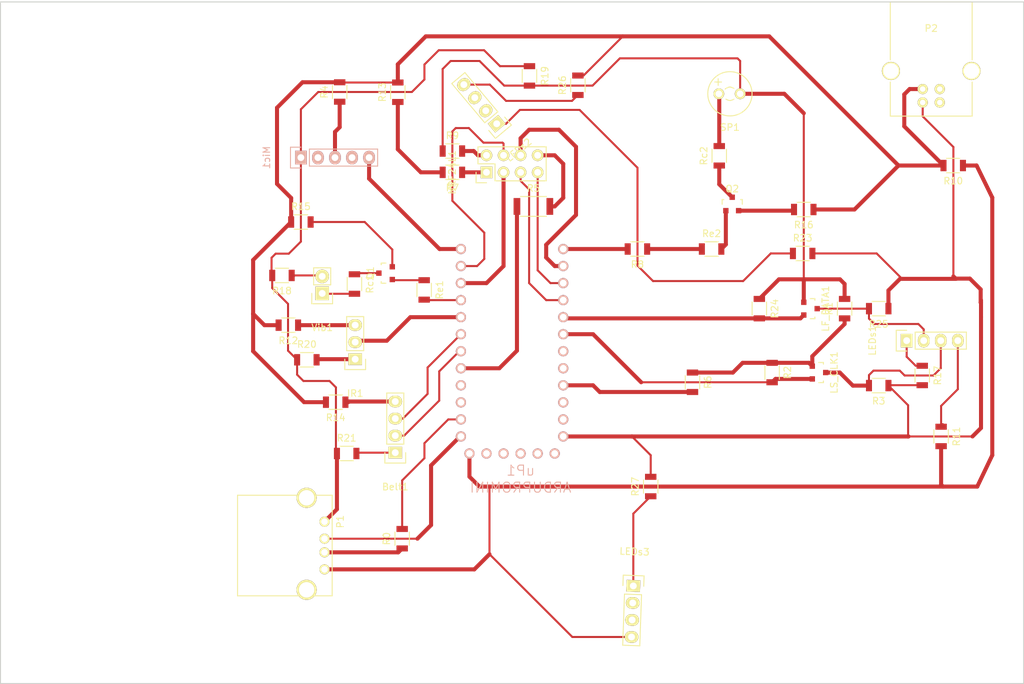
<source format=kicad_pcb>
(kicad_pcb (version 4) (host pcbnew 4.0.1-stable)

  (general
    (links 84)
    (no_connects 5)
    (area 25.324999 53.264999 177.875001 155.015001)
    (thickness 1.6)
    (drawings 4)
    (tracks 297)
    (zones 0)
    (modules 47)
    (nets 68)
  )

  (page A4)
  (layers
    (0 F.Cu signal)
    (31 B.Cu signal)
    (32 B.Adhes user)
    (33 F.Adhes user)
    (34 B.Paste user)
    (35 F.Paste user)
    (36 B.SilkS user)
    (37 F.SilkS user)
    (38 B.Mask user)
    (39 F.Mask user)
    (40 Dwgs.User user)
    (41 Cmts.User user)
    (42 Eco1.User user)
    (43 Eco2.User user)
    (44 Edge.Cuts user)
    (45 Margin user)
    (46 B.CrtYd user)
    (47 F.CrtYd user)
    (48 B.Fab user)
    (49 F.Fab user)
  )

  (setup
    (last_trace_width 0.6)
    (user_trace_width 0.3)
    (user_trace_width 0.6)
    (trace_clearance 0.8)
    (zone_clearance 0.508)
    (zone_45_only no)
    (trace_min 0.2)
    (segment_width 0.2)
    (edge_width 0.15)
    (via_size 0.6)
    (via_drill 0.4)
    (via_min_size 0.4)
    (via_min_drill 0.3)
    (uvia_size 0.3)
    (uvia_drill 0.1)
    (uvias_allowed no)
    (uvia_min_size 0.2)
    (uvia_min_drill 0.1)
    (pcb_text_width 0.3)
    (pcb_text_size 1.5 1.5)
    (mod_edge_width 0.15)
    (mod_text_size 1 1)
    (mod_text_width 0.15)
    (pad_size 1.524 1.524)
    (pad_drill 0.762)
    (pad_to_mask_clearance 0.2)
    (aux_axis_origin 0 0)
    (visible_elements FFFFEF7F)
    (pcbplotparams
      (layerselection 0x01000_00000001)
      (usegerberextensions false)
      (gerberprecision 5)
      (excludeedgelayer true)
      (linewidth 0.100000)
      (plotframeref false)
      (viasonmask false)
      (mode 1)
      (useauxorigin false)
      (hpglpennumber 1)
      (hpglpenspeed 20)
      (hpglpendiameter 15)
      (hpglpenoverlay 2)
      (psnegative false)
      (psa4output false)
      (plotreference true)
      (plotvalue true)
      (plotinvisibletext false)
      (padsonsilk false)
      (subtractmaskfromsilk false)
      (outputformat 1)
      (mirror false)
      (drillshape 0)
      (scaleselection 1)
      (outputdirectory ""))
  )

  (net 0 "")
  (net 1 RAW)
  (net 2 PIN3)
  (net 3 PIN4)
  (net 4 GND)
  (net 5 PIN10)
  (net 6 PIN5)
  (net 7 "Net-(Mic1-Pad2)")
  (net 8 "Net-(Mic1-Pad4)")
  (net 9 PIN9)
  (net 10 IRQ)
  (net 11 MISO)
  (net 12 MOSI)
  (net 13 SCK)
  (net 14 CSN)
  (net 15 CE)
  (net 16 "Net-(P1-Pad5)")
  (net 17 "Net-(P2-Pad3)")
  (net 18 "Net-(P2-Pad2)")
  (net 19 "Net-(P2-Pad5)")
  (net 20 "Net-(Rc1-Pad2)")
  (net 21 "Net-(uP1-Pad2)")
  (net 22 "Net-(uP1-Pad3)")
  (net 23 "Net-(uP1-Pad4)")
  (net 24 "Net-(uP1-Pad6)")
  (net 25 "Net-(uP1-Pad9)")
  (net 26 "Net-(uP1-Pad10)")
  (net 27 PIN6)
  (net 28 "Net-(uP1-Pad21)")
  (net 29 "Net-(uP1-Pad23)")
  (net 30 A2)
  (net 31 A1)
  (net 32 A0)
  (net 33 VCC)
  (net 34 "Net-(P1-Pad3)")
  (net 35 PIN10_OUT)
  (net 36 Belt_VCC_OUT)
  (net 37 Buzzer_VCC_OUT)
  (net 38 VCC_J)
  (net 39 Vib_VCC_OUT)
  (net 40 LED_DATA)
  (net 41 LED_CLK)
  (net 42 "Net-(L1-Pad2)")
  (net 43 TX_to_weapon_RX)
  (net 44 RX_to_weapon_TX)
  (net 45 "Net-(NRF24L1-Pad8)")
  (net 46 "Net-(NRF24L1-Pad1)")
  (net 47 "Net-(NRF24L1-Pad2)")
  (net 48 "Net-(Belt1-Pad4)")
  (net 49 "Net-(IR1-Pad3)")
  (net 50 "Net-(LEDs1-Pad4)")
  (net 51 "Net-(Mic1-Pad3)")
  (net 52 "Net-(R13-Pad1)")
  (net 53 "Net-(uP1-Pad20)")
  (net 54 "Net-(Q1-Pad1)")
  (net 55 "Net-(Q1-Pad2)")
  (net 56 "Net-(Q1-Pad3)")
  (net 57 "Net-(Q2-Pad1)")
  (net 58 "Net-(Q2-Pad2)")
  (net 59 "Net-(Q2-Pad3)")
  (net 60 "Net-(LEDs1-Pad1)")
  (net 61 "Net-(LEDs2-Pad2)")
  (net 62 "Net-(LEDs2-Pad3)")
  (net 63 "Net-(LEDs3-Pad2)")
  (net 64 "Net-(LEDs3-Pad3)")
  (net 65 "Net-(LEDs2-Pad1)")
  (net 66 "Net-(LEDs2-Pad4)")
  (net 67 "Net-(LEDs3-Pad1)")

  (net_class Default "This is the default net class."
    (clearance 0.8)
    (trace_width 0.6)
    (via_dia 0.6)
    (via_drill 0.4)
    (uvia_dia 0.3)
    (uvia_drill 0.1)
    (add_net A0)
    (add_net A1)
    (add_net A2)
    (add_net Belt_VCC_OUT)
    (add_net Buzzer_VCC_OUT)
    (add_net CE)
    (add_net CSN)
    (add_net GND)
    (add_net IRQ)
    (add_net LED_CLK)
    (add_net LED_DATA)
    (add_net MISO)
    (add_net MOSI)
    (add_net "Net-(Belt1-Pad4)")
    (add_net "Net-(IR1-Pad3)")
    (add_net "Net-(L1-Pad2)")
    (add_net "Net-(LEDs1-Pad1)")
    (add_net "Net-(LEDs1-Pad4)")
    (add_net "Net-(LEDs2-Pad1)")
    (add_net "Net-(LEDs2-Pad2)")
    (add_net "Net-(LEDs2-Pad3)")
    (add_net "Net-(LEDs2-Pad4)")
    (add_net "Net-(LEDs3-Pad1)")
    (add_net "Net-(LEDs3-Pad2)")
    (add_net "Net-(LEDs3-Pad3)")
    (add_net "Net-(Mic1-Pad2)")
    (add_net "Net-(Mic1-Pad3)")
    (add_net "Net-(Mic1-Pad4)")
    (add_net "Net-(NRF24L1-Pad1)")
    (add_net "Net-(NRF24L1-Pad2)")
    (add_net "Net-(NRF24L1-Pad8)")
    (add_net "Net-(P1-Pad3)")
    (add_net "Net-(P1-Pad5)")
    (add_net "Net-(P2-Pad2)")
    (add_net "Net-(P2-Pad3)")
    (add_net "Net-(P2-Pad5)")
    (add_net "Net-(Q1-Pad1)")
    (add_net "Net-(Q1-Pad2)")
    (add_net "Net-(Q1-Pad3)")
    (add_net "Net-(Q2-Pad1)")
    (add_net "Net-(Q2-Pad2)")
    (add_net "Net-(Q2-Pad3)")
    (add_net "Net-(R13-Pad1)")
    (add_net "Net-(Rc1-Pad2)")
    (add_net "Net-(uP1-Pad10)")
    (add_net "Net-(uP1-Pad2)")
    (add_net "Net-(uP1-Pad20)")
    (add_net "Net-(uP1-Pad21)")
    (add_net "Net-(uP1-Pad23)")
    (add_net "Net-(uP1-Pad3)")
    (add_net "Net-(uP1-Pad4)")
    (add_net "Net-(uP1-Pad6)")
    (add_net "Net-(uP1-Pad9)")
    (add_net PIN10)
    (add_net PIN10_OUT)
    (add_net PIN3)
    (add_net PIN4)
    (add_net PIN5)
    (add_net PIN6)
    (add_net PIN9)
    (add_net RAW)
    (add_net RX_to_weapon_TX)
    (add_net SCK)
    (add_net TX_to_weapon_RX)
    (add_net VCC)
    (add_net VCC_J)
    (add_net Vib_VCC_OUT)
  )

  (net_class small ""
    (clearance 0.8)
    (trace_width 0.3)
    (via_dia 0.6)
    (via_drill 0.4)
    (uvia_dia 0.3)
    (uvia_drill 0.1)
  )

  (module ArduProMiniTKB:ArduProMini (layer B.Cu) (tedit 5850D309) (tstamp 584CFC7A)
    (at 91.44 124.46)
    (path /584CEA6B)
    (fp_text reference uP1 (at 11.43 -1.27) (layer B.SilkS)
      (effects (font (size 1.5 1.5) (thickness 0.15)) (justify mirror))
    )
    (fp_text value ARDUPROMINI (at 11.43 1.27) (layer B.SilkS)
      (effects (font (size 1.5 1.5) (thickness 0.15)) (justify mirror))
    )
    (pad 1 thru_hole circle (at 3.81 -3.81) (size 1.524 1.524) (drill 1.016) (layers *.Cu *.Mask B.SilkS)
      (net 4 GND))
    (pad 2 thru_hole circle (at 6.35 -3.81) (size 1.524 1.524) (drill 1.016) (layers *.Cu *.Mask B.SilkS)
      (net 21 "Net-(uP1-Pad2)"))
    (pad 3 thru_hole circle (at 8.89 -3.81) (size 1.524 1.524) (drill 1.016) (layers *.Cu *.Mask B.SilkS)
      (net 22 "Net-(uP1-Pad3)"))
    (pad 4 thru_hole circle (at 11.43 -3.81) (size 1.524 1.524) (drill 1.016) (layers *.Cu *.Mask B.SilkS)
      (net 23 "Net-(uP1-Pad4)"))
    (pad 5 thru_hole circle (at 13.97 -3.81) (size 1.524 1.524) (drill 1.016) (layers *.Cu *.Mask B.SilkS))
    (pad 6 thru_hole circle (at 16.51 -3.81) (size 1.524 1.524) (drill 1.016) (layers *.Cu *.Mask B.SilkS)
      (net 24 "Net-(uP1-Pad6)"))
    (pad 7 thru_hole circle (at 2.54 -6.35) (size 1.524 1.524) (drill 1.016) (layers *.Cu *.Mask B.SilkS)
      (net 43 TX_to_weapon_RX))
    (pad 8 thru_hole circle (at 2.54 -8.89) (size 1.524 1.524) (drill 1.016) (layers *.Cu *.Mask B.SilkS)
      (net 44 RX_to_weapon_TX))
    (pad 9 thru_hole circle (at 2.54 -11.43) (size 1.524 1.524) (drill 1.016) (layers *.Cu *.Mask B.SilkS)
      (net 25 "Net-(uP1-Pad9)"))
    (pad 10 thru_hole circle (at 2.54 -13.97) (size 1.524 1.524) (drill 1.016) (layers *.Cu *.Mask B.SilkS)
      (net 26 "Net-(uP1-Pad10)"))
    (pad 11 thru_hole circle (at 2.54 -16.51) (size 1.524 1.524) (drill 1.016) (layers *.Cu *.Mask B.SilkS)
      (net 10 IRQ))
    (pad 12 thru_hole circle (at 2.54 -19.05) (size 1.524 1.524) (drill 1.016) (layers *.Cu *.Mask B.SilkS)
      (net 2 PIN3))
    (pad 13 thru_hole circle (at 2.54 -21.59) (size 1.524 1.524) (drill 1.016) (layers *.Cu *.Mask B.SilkS)
      (net 3 PIN4))
    (pad 14 thru_hole circle (at 2.54 -24.13) (size 1.524 1.524) (drill 1.016) (layers *.Cu *.Mask B.SilkS)
      (net 6 PIN5))
    (pad 15 thru_hole circle (at 2.54 -26.67) (size 1.524 1.524) (drill 1.016) (layers *.Cu *.Mask B.SilkS)
      (net 27 PIN6))
    (pad 16 thru_hole circle (at 2.54 -29.21) (size 1.524 1.524) (drill 1.016) (layers *.Cu *.Mask B.SilkS)
      (net 15 CE))
    (pad 17 thru_hole circle (at 2.54 -31.75) (size 1.524 1.524) (drill 1.016) (layers *.Cu *.Mask B.SilkS)
      (net 14 CSN))
    (pad 18 thru_hole circle (at 2.54 -34.29) (size 1.524 1.524) (drill 1.016) (layers *.Cu *.Mask B.SilkS)
      (net 9 PIN9))
    (pad 19 thru_hole circle (at 17.78 -6.35) (size 1.524 1.524) (drill 1.016) (layers *.Cu *.Mask B.SilkS)
      (net 1 RAW))
    (pad 20 thru_hole circle (at 17.78 -8.89) (size 1.524 1.524) (drill 1.016) (layers *.Cu *.Mask B.SilkS)
      (net 53 "Net-(uP1-Pad20)"))
    (pad 21 thru_hole circle (at 17.78 -11.43) (size 1.524 1.524) (drill 1.016) (layers *.Cu *.Mask B.SilkS)
      (net 28 "Net-(uP1-Pad21)"))
    (pad 22 thru_hole circle (at 17.78 -13.97) (size 1.524 1.524) (drill 1.016) (layers *.Cu *.Mask B.SilkS)
      (net 33 VCC))
    (pad 23 thru_hole circle (at 17.78 -16.51) (size 1.524 1.524) (drill 1.016) (layers *.Cu *.Mask B.SilkS)
      (net 29 "Net-(uP1-Pad23)"))
    (pad 24 thru_hole circle (at 17.78 -19.05) (size 1.524 1.524) (drill 1.016) (layers *.Cu *.Mask B.SilkS)
      (net 30 A2))
    (pad 25 thru_hole circle (at 17.78 -21.59) (size 1.524 1.524) (drill 1.016) (layers *.Cu *.Mask B.SilkS)
      (net 31 A1))
    (pad 26 thru_hole circle (at 17.78 -24.13) (size 1.524 1.524) (drill 1.016) (layers *.Cu *.Mask B.SilkS)
      (net 32 A0))
    (pad 27 thru_hole circle (at 17.78 -26.67) (size 1.524 1.524) (drill 1.016) (layers *.Cu *.Mask B.SilkS)
      (net 13 SCK))
    (pad 28 thru_hole circle (at 17.78 -29.21) (size 1.524 1.524) (drill 1.016) (layers *.Cu *.Mask B.SilkS)
      (net 11 MISO))
    (pad 29 thru_hole circle (at 17.78 -31.75) (size 1.524 1.524) (drill 1.016) (layers *.Cu *.Mask B.SilkS)
      (net 12 MOSI))
    (pad 30 thru_hole circle (at 17.78 -34.29) (size 1.524 1.524) (drill 1.016) (layers *.Cu *.Mask B.SilkS)
      (net 5 PIN10))
  )

  (module Pin_Headers:Pin_Header_Straight_1x04 (layer F.Cu) (tedit 0) (tstamp 584CFBF7)
    (at 84.201 120.523 180)
    (descr "Through hole pin header")
    (tags "pin header")
    (path /584D1B59)
    (fp_text reference Belt1 (at 0 -5.1 180) (layer F.SilkS)
      (effects (font (size 1 1) (thickness 0.15)))
    )
    (fp_text value CONN_01X04 (at 0 -3.1 180) (layer F.Fab)
      (effects (font (size 1 1) (thickness 0.15)))
    )
    (fp_line (start -1.75 -1.75) (end -1.75 9.4) (layer F.CrtYd) (width 0.05))
    (fp_line (start 1.75 -1.75) (end 1.75 9.4) (layer F.CrtYd) (width 0.05))
    (fp_line (start -1.75 -1.75) (end 1.75 -1.75) (layer F.CrtYd) (width 0.05))
    (fp_line (start -1.75 9.4) (end 1.75 9.4) (layer F.CrtYd) (width 0.05))
    (fp_line (start -1.27 1.27) (end -1.27 8.89) (layer F.SilkS) (width 0.15))
    (fp_line (start 1.27 1.27) (end 1.27 8.89) (layer F.SilkS) (width 0.15))
    (fp_line (start 1.55 -1.55) (end 1.55 0) (layer F.SilkS) (width 0.15))
    (fp_line (start -1.27 8.89) (end 1.27 8.89) (layer F.SilkS) (width 0.15))
    (fp_line (start 1.27 1.27) (end -1.27 1.27) (layer F.SilkS) (width 0.15))
    (fp_line (start -1.55 0) (end -1.55 -1.55) (layer F.SilkS) (width 0.15))
    (fp_line (start -1.55 -1.55) (end 1.55 -1.55) (layer F.SilkS) (width 0.15))
    (pad 1 thru_hole rect (at 0 0 180) (size 2.032 1.7272) (drill 1.016) (layers *.Cu *.Mask F.SilkS)
      (net 36 Belt_VCC_OUT))
    (pad 2 thru_hole oval (at 0 2.54 180) (size 2.032 1.7272) (drill 1.016) (layers *.Cu *.Mask F.SilkS)
      (net 2 PIN3))
    (pad 3 thru_hole oval (at 0 5.08 180) (size 2.032 1.7272) (drill 1.016) (layers *.Cu *.Mask F.SilkS)
      (net 3 PIN4))
    (pad 4 thru_hole oval (at 0 7.62 180) (size 2.032 1.7272) (drill 1.016) (layers *.Cu *.Mask F.SilkS)
      (net 48 "Net-(Belt1-Pad4)"))
    (model Pin_Headers.3dshapes/Pin_Header_Straight_1x04.wrl
      (at (xyz 0 -0.15 0))
      (scale (xyz 1 1 1))
      (rotate (xyz 0 0 90))
    )
  )

  (module Pin_Headers:Pin_Header_Straight_1x03 (layer F.Cu) (tedit 0) (tstamp 584CFC0B)
    (at 78.232 106.5911 180)
    (descr "Through hole pin header")
    (tags "pin header")
    (path /584CEDF3)
    (fp_text reference IR1 (at 0 -5.1 180) (layer F.SilkS)
      (effects (font (size 1 1) (thickness 0.15)))
    )
    (fp_text value CONN_01X03 (at 0 -3.1 180) (layer F.Fab)
      (effects (font (size 1 1) (thickness 0.15)))
    )
    (fp_line (start -1.75 -1.75) (end -1.75 6.85) (layer F.CrtYd) (width 0.05))
    (fp_line (start 1.75 -1.75) (end 1.75 6.85) (layer F.CrtYd) (width 0.05))
    (fp_line (start -1.75 -1.75) (end 1.75 -1.75) (layer F.CrtYd) (width 0.05))
    (fp_line (start -1.75 6.85) (end 1.75 6.85) (layer F.CrtYd) (width 0.05))
    (fp_line (start -1.27 1.27) (end -1.27 6.35) (layer F.SilkS) (width 0.15))
    (fp_line (start -1.27 6.35) (end 1.27 6.35) (layer F.SilkS) (width 0.15))
    (fp_line (start 1.27 6.35) (end 1.27 1.27) (layer F.SilkS) (width 0.15))
    (fp_line (start 1.55 -1.55) (end 1.55 0) (layer F.SilkS) (width 0.15))
    (fp_line (start 1.27 1.27) (end -1.27 1.27) (layer F.SilkS) (width 0.15))
    (fp_line (start -1.55 0) (end -1.55 -1.55) (layer F.SilkS) (width 0.15))
    (fp_line (start -1.55 -1.55) (end 1.55 -1.55) (layer F.SilkS) (width 0.15))
    (pad 1 thru_hole rect (at 0 0 180) (size 2.032 1.7272) (drill 1.016) (layers *.Cu *.Mask F.SilkS)
      (net 37 Buzzer_VCC_OUT))
    (pad 2 thru_hole oval (at 0 2.54 180) (size 2.032 1.7272) (drill 1.016) (layers *.Cu *.Mask F.SilkS)
      (net 6 PIN5))
    (pad 3 thru_hole oval (at 0 5.08 180) (size 2.032 1.7272) (drill 1.016) (layers *.Cu *.Mask F.SilkS)
      (net 49 "Net-(IR1-Pad3)"))
    (model Pin_Headers.3dshapes/Pin_Header_Straight_1x03.wrl
      (at (xyz 0 -0.1 0))
      (scale (xyz 1 1 1))
      (rotate (xyz 0 0 90))
    )
  )

  (module Pin_Headers:Pin_Header_Straight_1x04 (layer F.Cu) (tedit 0) (tstamp 584CFC13)
    (at 160.3756 103.82504 90)
    (descr "Through hole pin header")
    (tags "pin header")
    (path /584CEE4E)
    (fp_text reference LEDs1 (at 0 -5.1 90) (layer F.SilkS)
      (effects (font (size 1 1) (thickness 0.15)))
    )
    (fp_text value CONN_01X04 (at 0 -3.1 90) (layer F.Fab)
      (effects (font (size 1 1) (thickness 0.15)))
    )
    (fp_line (start -1.75 -1.75) (end -1.75 9.4) (layer F.CrtYd) (width 0.05))
    (fp_line (start 1.75 -1.75) (end 1.75 9.4) (layer F.CrtYd) (width 0.05))
    (fp_line (start -1.75 -1.75) (end 1.75 -1.75) (layer F.CrtYd) (width 0.05))
    (fp_line (start -1.75 9.4) (end 1.75 9.4) (layer F.CrtYd) (width 0.05))
    (fp_line (start -1.27 1.27) (end -1.27 8.89) (layer F.SilkS) (width 0.15))
    (fp_line (start 1.27 1.27) (end 1.27 8.89) (layer F.SilkS) (width 0.15))
    (fp_line (start 1.55 -1.55) (end 1.55 0) (layer F.SilkS) (width 0.15))
    (fp_line (start -1.27 8.89) (end 1.27 8.89) (layer F.SilkS) (width 0.15))
    (fp_line (start 1.27 1.27) (end -1.27 1.27) (layer F.SilkS) (width 0.15))
    (fp_line (start -1.55 0) (end -1.55 -1.55) (layer F.SilkS) (width 0.15))
    (fp_line (start -1.55 -1.55) (end 1.55 -1.55) (layer F.SilkS) (width 0.15))
    (pad 1 thru_hole rect (at 0 0 90) (size 2.032 1.7272) (drill 1.016) (layers *.Cu *.Mask F.SilkS)
      (net 60 "Net-(LEDs1-Pad1)"))
    (pad 2 thru_hole oval (at 0 2.54 90) (size 2.032 1.7272) (drill 1.016) (layers *.Cu *.Mask F.SilkS)
      (net 40 LED_DATA))
    (pad 3 thru_hole oval (at 0 5.08 90) (size 2.032 1.7272) (drill 1.016) (layers *.Cu *.Mask F.SilkS)
      (net 41 LED_CLK))
    (pad 4 thru_hole oval (at 0 7.62 90) (size 2.032 1.7272) (drill 1.016) (layers *.Cu *.Mask F.SilkS)
      (net 50 "Net-(LEDs1-Pad4)"))
    (model Pin_Headers.3dshapes/Pin_Header_Straight_1x04.wrl
      (at (xyz 0 -0.15 0))
      (scale (xyz 1 1 1))
      (rotate (xyz 0 0 90))
    )
  )

  (module Pin_Headers:Pin_Header_Straight_1x05 (layer B.Cu) (tedit 54EA0684) (tstamp 584CFC1C)
    (at 70.1421 76.5429 270)
    (descr "Through hole pin header")
    (tags "pin header")
    (path /584CECA8)
    (fp_text reference Mic1 (at 0 5.1 270) (layer B.SilkS)
      (effects (font (size 1 1) (thickness 0.15)) (justify mirror))
    )
    (fp_text value CONN_01X05 (at 0 3.1 270) (layer B.Fab)
      (effects (font (size 1 1) (thickness 0.15)) (justify mirror))
    )
    (fp_line (start -1.55 0) (end -1.55 1.55) (layer B.SilkS) (width 0.15))
    (fp_line (start -1.55 1.55) (end 1.55 1.55) (layer B.SilkS) (width 0.15))
    (fp_line (start 1.55 1.55) (end 1.55 0) (layer B.SilkS) (width 0.15))
    (fp_line (start -1.75 1.75) (end -1.75 -11.95) (layer B.CrtYd) (width 0.05))
    (fp_line (start 1.75 1.75) (end 1.75 -11.95) (layer B.CrtYd) (width 0.05))
    (fp_line (start -1.75 1.75) (end 1.75 1.75) (layer B.CrtYd) (width 0.05))
    (fp_line (start -1.75 -11.95) (end 1.75 -11.95) (layer B.CrtYd) (width 0.05))
    (fp_line (start 1.27 -1.27) (end 1.27 -11.43) (layer B.SilkS) (width 0.15))
    (fp_line (start 1.27 -11.43) (end -1.27 -11.43) (layer B.SilkS) (width 0.15))
    (fp_line (start -1.27 -11.43) (end -1.27 -1.27) (layer B.SilkS) (width 0.15))
    (fp_line (start 1.27 -1.27) (end -1.27 -1.27) (layer B.SilkS) (width 0.15))
    (pad 1 thru_hole rect (at 0 0 270) (size 2.032 1.7272) (drill 1.016) (layers *.Cu *.Mask B.SilkS)
      (net 38 VCC_J))
    (pad 2 thru_hole oval (at 0 -2.54 270) (size 2.032 1.7272) (drill 1.016) (layers *.Cu *.Mask B.SilkS)
      (net 7 "Net-(Mic1-Pad2)"))
    (pad 3 thru_hole oval (at 0 -5.08 270) (size 2.032 1.7272) (drill 1.016) (layers *.Cu *.Mask B.SilkS)
      (net 51 "Net-(Mic1-Pad3)"))
    (pad 4 thru_hole oval (at 0 -7.62 270) (size 2.032 1.7272) (drill 1.016) (layers *.Cu *.Mask B.SilkS)
      (net 8 "Net-(Mic1-Pad4)"))
    (pad 5 thru_hole oval (at 0 -10.16 270) (size 2.032 1.7272) (drill 1.016) (layers *.Cu *.Mask B.SilkS)
      (net 9 PIN9))
    (model Pin_Headers.3dshapes/Pin_Header_Straight_1x05.wrl
      (at (xyz 0 -0.2 0))
      (scale (xyz 1 1 1))
      (rotate (xyz 0 0 90))
    )
  )

  (module Pin_Headers:Pin_Header_Straight_2x04 (layer F.Cu) (tedit 0) (tstamp 584CFC28)
    (at 97.79 78.74 90)
    (descr "Through hole pin header")
    (tags "pin header")
    (path /584F75BF)
    (fp_text reference NRF24L1 (at 0 -5.1 90) (layer F.SilkS)
      (effects (font (size 1 1) (thickness 0.15)))
    )
    (fp_text value CONN_02X04 (at 0 -3.1 90) (layer F.Fab)
      (effects (font (size 1 1) (thickness 0.15)))
    )
    (fp_line (start -1.75 -1.75) (end -1.75 9.4) (layer F.CrtYd) (width 0.05))
    (fp_line (start 4.3 -1.75) (end 4.3 9.4) (layer F.CrtYd) (width 0.05))
    (fp_line (start -1.75 -1.75) (end 4.3 -1.75) (layer F.CrtYd) (width 0.05))
    (fp_line (start -1.75 9.4) (end 4.3 9.4) (layer F.CrtYd) (width 0.05))
    (fp_line (start -1.27 1.27) (end -1.27 8.89) (layer F.SilkS) (width 0.15))
    (fp_line (start -1.27 8.89) (end 3.81 8.89) (layer F.SilkS) (width 0.15))
    (fp_line (start 3.81 8.89) (end 3.81 -1.27) (layer F.SilkS) (width 0.15))
    (fp_line (start 3.81 -1.27) (end 1.27 -1.27) (layer F.SilkS) (width 0.15))
    (fp_line (start 0 -1.55) (end -1.55 -1.55) (layer F.SilkS) (width 0.15))
    (fp_line (start 1.27 -1.27) (end 1.27 1.27) (layer F.SilkS) (width 0.15))
    (fp_line (start 1.27 1.27) (end -1.27 1.27) (layer F.SilkS) (width 0.15))
    (fp_line (start -1.55 -1.55) (end -1.55 0) (layer F.SilkS) (width 0.15))
    (pad 1 thru_hole rect (at 0 0 90) (size 1.7272 1.7272) (drill 1.016) (layers *.Cu *.Mask F.SilkS)
      (net 46 "Net-(NRF24L1-Pad1)"))
    (pad 2 thru_hole oval (at 2.54 0 90) (size 1.7272 1.7272) (drill 1.016) (layers *.Cu *.Mask F.SilkS)
      (net 47 "Net-(NRF24L1-Pad2)"))
    (pad 3 thru_hole oval (at 0 2.54 90) (size 1.7272 1.7272) (drill 1.016) (layers *.Cu *.Mask F.SilkS)
      (net 15 CE))
    (pad 4 thru_hole oval (at 2.54 2.54 90) (size 1.7272 1.7272) (drill 1.016) (layers *.Cu *.Mask F.SilkS)
      (net 14 CSN))
    (pad 5 thru_hole oval (at 0 5.08 90) (size 1.7272 1.7272) (drill 1.016) (layers *.Cu *.Mask F.SilkS)
      (net 13 SCK))
    (pad 6 thru_hole oval (at 2.54 5.08 90) (size 1.7272 1.7272) (drill 1.016) (layers *.Cu *.Mask F.SilkS)
      (net 12 MOSI))
    (pad 7 thru_hole oval (at 0 7.62 90) (size 1.7272 1.7272) (drill 1.016) (layers *.Cu *.Mask F.SilkS)
      (net 11 MISO))
    (pad 8 thru_hole oval (at 2.54 7.62 90) (size 1.7272 1.7272) (drill 1.016) (layers *.Cu *.Mask F.SilkS)
      (net 45 "Net-(NRF24L1-Pad8)"))
    (model Pin_Headers.3dshapes/Pin_Header_Straight_2x04.wrl
      (at (xyz 0.05 -0.15 0))
      (scale (xyz 1 1 1))
      (rotate (xyz 0 0 90))
    )
  )

  (module Connect:USB_A (layer F.Cu) (tedit 5543E289) (tstamp 584CFC32)
    (at 73.66 130.81 270)
    (descr "USB A connector")
    (tags "USB USB_A")
    (path /584CEDB8)
    (fp_text reference P1 (at 0 -2.35 270) (layer F.SilkS)
      (effects (font (size 1 1) (thickness 0.15)))
    )
    (fp_text value USB_B (at 3.83794 7.43458 270) (layer F.Fab)
      (effects (font (size 1 1) (thickness 0.15)))
    )
    (fp_line (start -5.3 13.2) (end -5.3 -1.4) (layer F.CrtYd) (width 0.05))
    (fp_line (start 11.95 -1.4) (end 11.95 13.2) (layer F.CrtYd) (width 0.05))
    (fp_line (start -5.3 13.2) (end 11.95 13.2) (layer F.CrtYd) (width 0.05))
    (fp_line (start -5.3 -1.4) (end 11.95 -1.4) (layer F.CrtYd) (width 0.05))
    (fp_line (start 11.04986 -1.14512) (end 11.04986 12.95188) (layer F.SilkS) (width 0.15))
    (fp_line (start -3.93614 12.95188) (end -3.93614 -1.14512) (layer F.SilkS) (width 0.15))
    (fp_line (start 11.04986 -1.14512) (end -3.93614 -1.14512) (layer F.SilkS) (width 0.15))
    (fp_line (start 11.04986 12.95188) (end -3.93614 12.95188) (layer F.SilkS) (width 0.15))
    (pad 4 thru_hole circle (at 7.11286 -0.00212 180) (size 1.50114 1.50114) (drill 1.00076) (layers *.Cu *.Mask F.SilkS)
      (net 4 GND))
    (pad 3 thru_hole circle (at 4.57286 -0.00212 180) (size 1.50114 1.50114) (drill 1.00076) (layers *.Cu *.Mask F.SilkS)
      (net 34 "Net-(P1-Pad3)"))
    (pad 2 thru_hole circle (at 2.54086 -0.00212 180) (size 1.50114 1.50114) (drill 1.00076) (layers *.Cu *.Mask F.SilkS)
      (net 43 TX_to_weapon_RX))
    (pad 1 thru_hole circle (at 0.00086 -0.00212 180) (size 1.50114 1.50114) (drill 1.00076) (layers *.Cu *.Mask F.SilkS)
      (net 38 VCC_J))
    (pad 5 thru_hole circle (at 10.16086 2.66488 180) (size 2.99974 2.99974) (drill 2.30124) (layers *.Cu *.Mask F.SilkS)
      (net 16 "Net-(P1-Pad5)"))
    (pad 5 thru_hole circle (at -3.55514 2.66488 180) (size 2.99974 2.99974) (drill 2.30124) (layers *.Cu *.Mask F.SilkS)
      (net 16 "Net-(P1-Pad5)"))
    (model Connect.3dshapes/USB_A.wrl
      (at (xyz 0.14 0 0))
      (scale (xyz 1 1 1))
      (rotate (xyz 0 0 90))
    )
  )

  (module Resistors_SMD:R_1206 (layer F.Cu) (tedit 5415CFA7) (tstamp 584CFC42)
    (at 78.12024 95.38716 270)
    (descr "Resistor SMD 1206, reflow soldering, Vishay (see dcrcw.pdf)")
    (tags "resistor 1206")
    (path /584CF072)
    (attr smd)
    (fp_text reference Rc1 (at 0 -2.3 270) (layer F.SilkS)
      (effects (font (size 1 1) (thickness 0.15)))
    )
    (fp_text value R (at 0 2.3 270) (layer F.Fab)
      (effects (font (size 1 1) (thickness 0.15)))
    )
    (fp_line (start -2.2 -1.2) (end 2.2 -1.2) (layer F.CrtYd) (width 0.05))
    (fp_line (start -2.2 1.2) (end 2.2 1.2) (layer F.CrtYd) (width 0.05))
    (fp_line (start -2.2 -1.2) (end -2.2 1.2) (layer F.CrtYd) (width 0.05))
    (fp_line (start 2.2 -1.2) (end 2.2 1.2) (layer F.CrtYd) (width 0.05))
    (fp_line (start 1 1.075) (end -1 1.075) (layer F.SilkS) (width 0.15))
    (fp_line (start -1 -1.075) (end 1 -1.075) (layer F.SilkS) (width 0.15))
    (pad 1 smd rect (at -1.45 0 270) (size 0.9 1.7) (layers F.Cu F.Paste F.Mask)
      (net 56 "Net-(Q1-Pad3)"))
    (pad 2 smd rect (at 1.45 0 270) (size 0.9 1.7) (layers F.Cu F.Paste F.Mask)
      (net 20 "Net-(Rc1-Pad2)"))
    (model Resistors_SMD.3dshapes/R_1206.wrl
      (at (xyz 0 0 0))
      (scale (xyz 1 1 1))
      (rotate (xyz 0 0 0))
    )
  )

  (module Resistors_SMD:R_1206 (layer F.Cu) (tedit 584E3E09) (tstamp 584CFC48)
    (at 132.461 76.2762 90)
    (descr "Resistor SMD 1206, reflow soldering, Vishay (see dcrcw.pdf)")
    (tags "resistor 1206")
    (path /584CEF5B)
    (attr smd)
    (fp_text reference Rc2 (at 0 -2.3 90) (layer F.SilkS)
      (effects (font (size 1 1) (thickness 0.15)))
    )
    (fp_text value 10 (at 0 2.3 270) (layer F.Fab)
      (effects (font (size 1 1) (thickness 0.15)))
    )
    (fp_line (start -2.2 -1.2) (end 2.2 -1.2) (layer F.CrtYd) (width 0.05))
    (fp_line (start -2.2 1.2) (end 2.2 1.2) (layer F.CrtYd) (width 0.05))
    (fp_line (start -2.2 -1.2) (end -2.2 1.2) (layer F.CrtYd) (width 0.05))
    (fp_line (start 2.2 -1.2) (end 2.2 1.2) (layer F.CrtYd) (width 0.05))
    (fp_line (start 1 1.075) (end -1 1.075) (layer F.SilkS) (width 0.15))
    (fp_line (start -1 -1.075) (end 1 -1.075) (layer F.SilkS) (width 0.15))
    (pad 1 smd rect (at -1.45 0 90) (size 0.9 1.7) (layers F.Cu F.Paste F.Mask)
      (net 59 "Net-(Q2-Pad3)"))
    (pad 2 smd rect (at 1.45 0 90) (size 0.9 1.7) (layers F.Cu F.Paste F.Mask)
      (net 42 "Net-(L1-Pad2)"))
    (model Resistors_SMD.3dshapes/R_1206.wrl
      (at (xyz 0 0 0))
      (scale (xyz 1 1 1))
      (rotate (xyz 0 0 0))
    )
  )

  (module Resistors_SMD:R_1206 (layer F.Cu) (tedit 5415CFA7) (tstamp 584CFC4E)
    (at 88.5063 96.266 270)
    (descr "Resistor SMD 1206, reflow soldering, Vishay (see dcrcw.pdf)")
    (tags "resistor 1206")
    (path /584CF0B1)
    (attr smd)
    (fp_text reference Re1 (at 0 -2.3 270) (layer F.SilkS)
      (effects (font (size 1 1) (thickness 0.15)))
    )
    (fp_text value 1K (at 0 2.3 270) (layer F.Fab)
      (effects (font (size 1 1) (thickness 0.15)))
    )
    (fp_line (start -2.2 -1.2) (end 2.2 -1.2) (layer F.CrtYd) (width 0.05))
    (fp_line (start -2.2 1.2) (end 2.2 1.2) (layer F.CrtYd) (width 0.05))
    (fp_line (start -2.2 -1.2) (end -2.2 1.2) (layer F.CrtYd) (width 0.05))
    (fp_line (start 2.2 -1.2) (end 2.2 1.2) (layer F.CrtYd) (width 0.05))
    (fp_line (start 1 1.075) (end -1 1.075) (layer F.SilkS) (width 0.15))
    (fp_line (start -1 -1.075) (end 1 -1.075) (layer F.SilkS) (width 0.15))
    (pad 1 smd rect (at -1.45 0 270) (size 0.9 1.7) (layers F.Cu F.Paste F.Mask)
      (net 54 "Net-(Q1-Pad1)"))
    (pad 2 smd rect (at 1.45 0 270) (size 0.9 1.7) (layers F.Cu F.Paste F.Mask)
      (net 27 PIN6))
    (model Resistors_SMD.3dshapes/R_1206.wrl
      (at (xyz 0 0 0))
      (scale (xyz 1 1 1))
      (rotate (xyz 0 0 0))
    )
  )

  (module Resistors_SMD:R_1206 (layer F.Cu) (tedit 5415CFA7) (tstamp 584CFC54)
    (at 131.318 90.17)
    (descr "Resistor SMD 1206, reflow soldering, Vishay (see dcrcw.pdf)")
    (tags "resistor 1206")
    (path /584CF036)
    (attr smd)
    (fp_text reference Re2 (at 0 -2.3) (layer F.SilkS)
      (effects (font (size 1 1) (thickness 0.15)))
    )
    (fp_text value 1K (at 0 2.3) (layer F.Fab)
      (effects (font (size 1 1) (thickness 0.15)))
    )
    (fp_line (start -2.2 -1.2) (end 2.2 -1.2) (layer F.CrtYd) (width 0.05))
    (fp_line (start -2.2 1.2) (end 2.2 1.2) (layer F.CrtYd) (width 0.05))
    (fp_line (start -2.2 -1.2) (end -2.2 1.2) (layer F.CrtYd) (width 0.05))
    (fp_line (start 2.2 -1.2) (end 2.2 1.2) (layer F.CrtYd) (width 0.05))
    (fp_line (start 1 1.075) (end -1 1.075) (layer F.SilkS) (width 0.15))
    (fp_line (start -1 -1.075) (end 1 -1.075) (layer F.SilkS) (width 0.15))
    (pad 1 smd rect (at -1.45 0) (size 0.9 1.7) (layers F.Cu F.Paste F.Mask)
      (net 35 PIN10_OUT))
    (pad 2 smd rect (at 1.45 0) (size 0.9 1.7) (layers F.Cu F.Paste F.Mask)
      (net 57 "Net-(Q2-Pad1)"))
    (model Resistors_SMD.3dshapes/R_1206.wrl
      (at (xyz 0 0 0))
      (scale (xyz 1 1 1))
      (rotate (xyz 0 0 0))
    )
  )

  (module Pin_Headers:Pin_Header_Straight_1x02 (layer F.Cu) (tedit 54EA090C) (tstamp 584CFC80)
    (at 73.31456 96.78416 180)
    (descr "Through hole pin header")
    (tags "pin header")
    (path /584CECDA)
    (fp_text reference Vib1 (at 0 -5.1 180) (layer F.SilkS)
      (effects (font (size 1 1) (thickness 0.15)))
    )
    (fp_text value CONN_01X02 (at 0 -3.1 180) (layer F.Fab)
      (effects (font (size 1 1) (thickness 0.15)))
    )
    (fp_line (start 1.27 1.27) (end 1.27 3.81) (layer F.SilkS) (width 0.15))
    (fp_line (start 1.55 -1.55) (end 1.55 0) (layer F.SilkS) (width 0.15))
    (fp_line (start -1.75 -1.75) (end -1.75 4.3) (layer F.CrtYd) (width 0.05))
    (fp_line (start 1.75 -1.75) (end 1.75 4.3) (layer F.CrtYd) (width 0.05))
    (fp_line (start -1.75 -1.75) (end 1.75 -1.75) (layer F.CrtYd) (width 0.05))
    (fp_line (start -1.75 4.3) (end 1.75 4.3) (layer F.CrtYd) (width 0.05))
    (fp_line (start 1.27 1.27) (end -1.27 1.27) (layer F.SilkS) (width 0.15))
    (fp_line (start -1.55 0) (end -1.55 -1.55) (layer F.SilkS) (width 0.15))
    (fp_line (start -1.55 -1.55) (end 1.55 -1.55) (layer F.SilkS) (width 0.15))
    (fp_line (start -1.27 1.27) (end -1.27 3.81) (layer F.SilkS) (width 0.15))
    (fp_line (start -1.27 3.81) (end 1.27 3.81) (layer F.SilkS) (width 0.15))
    (pad 1 thru_hole rect (at 0 0 180) (size 2.032 2.032) (drill 1.016) (layers *.Cu *.Mask F.SilkS)
      (net 20 "Net-(Rc1-Pad2)"))
    (pad 2 thru_hole oval (at 0 2.54 180) (size 2.032 2.032) (drill 1.016) (layers *.Cu *.Mask F.SilkS)
      (net 39 Vib_VCC_OUT))
    (model Pin_Headers.3dshapes/Pin_Header_Straight_1x02.wrl
      (at (xyz 0 -0.05 0))
      (scale (xyz 1 1 1))
      (rotate (xyz 0 0 90))
    )
  )

  (module Resistors_SMD:R_1206 (layer F.Cu) (tedit 58307BE8) (tstamp 584E3861)
    (at 151.13 99.06 90)
    (descr "Resistor SMD 1206, reflow soldering, Vishay (see dcrcw.pdf)")
    (tags "resistor 1206")
    (path /584F7E76)
    (attr smd)
    (fp_text reference R1 (at 0 -2.3 90) (layer F.SilkS)
      (effects (font (size 1 1) (thickness 0.15)))
    )
    (fp_text value 0 (at 0 2.3 90) (layer F.Fab)
      (effects (font (size 1 1) (thickness 0.15)))
    )
    (fp_line (start -1.6 0.8) (end -1.6 -0.8) (layer F.Fab) (width 0.1))
    (fp_line (start 1.6 0.8) (end -1.6 0.8) (layer F.Fab) (width 0.1))
    (fp_line (start 1.6 -0.8) (end 1.6 0.8) (layer F.Fab) (width 0.1))
    (fp_line (start -1.6 -0.8) (end 1.6 -0.8) (layer F.Fab) (width 0.1))
    (fp_line (start -2.2 -1.2) (end 2.2 -1.2) (layer F.CrtYd) (width 0.05))
    (fp_line (start -2.2 1.2) (end 2.2 1.2) (layer F.CrtYd) (width 0.05))
    (fp_line (start -2.2 -1.2) (end -2.2 1.2) (layer F.CrtYd) (width 0.05))
    (fp_line (start 2.2 -1.2) (end 2.2 1.2) (layer F.CrtYd) (width 0.05))
    (fp_line (start 1 1.075) (end -1 1.075) (layer F.SilkS) (width 0.15))
    (fp_line (start -1 -1.075) (end 1 -1.075) (layer F.SilkS) (width 0.15))
    (pad 1 smd rect (at -1.45 0 90) (size 0.9 1.7) (layers F.Cu F.Paste F.Mask)
      (net 33 VCC))
    (pad 2 smd rect (at 1.45 0 90) (size 0.9 1.7) (layers F.Cu F.Paste F.Mask)
      (net 33 VCC))
    (model Resistors_SMD.3dshapes/R_1206.wrl
      (at (xyz 0 0 0))
      (scale (xyz 1 1 1))
      (rotate (xyz 0 0 0))
    )
  )

  (module Resistors_SMD:R_1206 (layer F.Cu) (tedit 58307BE8) (tstamp 584E3871)
    (at 140.335 108.585 270)
    (descr "Resistor SMD 1206, reflow soldering, Vishay (see dcrcw.pdf)")
    (tags "resistor 1206")
    (path /584F7E7C)
    (attr smd)
    (fp_text reference R2 (at 0 -2.3 270) (layer F.SilkS)
      (effects (font (size 1 1) (thickness 0.15)))
    )
    (fp_text value 10K (at 0 2.3 270) (layer F.Fab)
      (effects (font (size 1 1) (thickness 0.15)))
    )
    (fp_line (start -1.6 0.8) (end -1.6 -0.8) (layer F.Fab) (width 0.1))
    (fp_line (start 1.6 0.8) (end -1.6 0.8) (layer F.Fab) (width 0.1))
    (fp_line (start 1.6 -0.8) (end 1.6 0.8) (layer F.Fab) (width 0.1))
    (fp_line (start -1.6 -0.8) (end 1.6 -0.8) (layer F.Fab) (width 0.1))
    (fp_line (start -2.2 -1.2) (end 2.2 -1.2) (layer F.CrtYd) (width 0.05))
    (fp_line (start -2.2 1.2) (end 2.2 1.2) (layer F.CrtYd) (width 0.05))
    (fp_line (start -2.2 -1.2) (end -2.2 1.2) (layer F.CrtYd) (width 0.05))
    (fp_line (start 2.2 -1.2) (end 2.2 1.2) (layer F.CrtYd) (width 0.05))
    (fp_line (start 1 1.075) (end -1 1.075) (layer F.SilkS) (width 0.15))
    (fp_line (start -1 -1.075) (end 1 -1.075) (layer F.SilkS) (width 0.15))
    (pad 1 smd rect (at -1.45 0 270) (size 0.9 1.7) (layers F.Cu F.Paste F.Mask)
      (net 33 VCC))
    (pad 2 smd rect (at 1.45 0 270) (size 0.9 1.7) (layers F.Cu F.Paste F.Mask)
      (net 31 A1))
    (model Resistors_SMD.3dshapes/R_1206.wrl
      (at (xyz 0 0 0))
      (scale (xyz 1 1 1))
      (rotate (xyz 0 0 0))
    )
  )

  (module Resistors_SMD:R_1206 (layer F.Cu) (tedit 58307BE8) (tstamp 584E3881)
    (at 156.21 110.5281 180)
    (descr "Resistor SMD 1206, reflow soldering, Vishay (see dcrcw.pdf)")
    (tags "resistor 1206")
    (path /584F7E91)
    (attr smd)
    (fp_text reference R3 (at 0 -2.3 180) (layer F.SilkS)
      (effects (font (size 1 1) (thickness 0.15)))
    )
    (fp_text value 1K (at 0 2.3 180) (layer F.Fab)
      (effects (font (size 1 1) (thickness 0.15)))
    )
    (fp_line (start -1.6 0.8) (end -1.6 -0.8) (layer F.Fab) (width 0.1))
    (fp_line (start 1.6 0.8) (end -1.6 0.8) (layer F.Fab) (width 0.1))
    (fp_line (start 1.6 -0.8) (end 1.6 0.8) (layer F.Fab) (width 0.1))
    (fp_line (start -1.6 -0.8) (end 1.6 -0.8) (layer F.Fab) (width 0.1))
    (fp_line (start -2.2 -1.2) (end 2.2 -1.2) (layer F.CrtYd) (width 0.05))
    (fp_line (start -2.2 1.2) (end 2.2 1.2) (layer F.CrtYd) (width 0.05))
    (fp_line (start -2.2 -1.2) (end -2.2 1.2) (layer F.CrtYd) (width 0.05))
    (fp_line (start 2.2 -1.2) (end 2.2 1.2) (layer F.CrtYd) (width 0.05))
    (fp_line (start 1 1.075) (end -1 1.075) (layer F.SilkS) (width 0.15))
    (fp_line (start -1 -1.075) (end 1 -1.075) (layer F.SilkS) (width 0.15))
    (pad 1 smd rect (at -1.45 0 180) (size 0.9 1.7) (layers F.Cu F.Paste F.Mask)
      (net 1 RAW))
    (pad 2 smd rect (at 1.45 0 180) (size 0.9 1.7) (layers F.Cu F.Paste F.Mask)
      (net 41 LED_CLK))
    (model Resistors_SMD.3dshapes/R_1206.wrl
      (at (xyz 0 0 0))
      (scale (xyz 1 1 1))
      (rotate (xyz 0 0 0))
    )
  )

  (module Resistors_SMD:R_1206 (layer F.Cu) (tedit 5415CFA7) (tstamp 584E4DC7)
    (at 85.2297 133.35 90)
    (descr "Resistor SMD 1206, reflow soldering, Vishay (see dcrcw.pdf)")
    (tags "resistor 1206")
    (path /584E4E76)
    (attr smd)
    (fp_text reference R0 (at 0 -2.3 90) (layer F.SilkS)
      (effects (font (size 1 1) (thickness 0.15)))
    )
    (fp_text value R0 (at 0 2.3 90) (layer F.Fab)
      (effects (font (size 1 1) (thickness 0.15)))
    )
    (fp_line (start -2.2 -1.2) (end 2.2 -1.2) (layer F.CrtYd) (width 0.05))
    (fp_line (start -2.2 1.2) (end 2.2 1.2) (layer F.CrtYd) (width 0.05))
    (fp_line (start -2.2 -1.2) (end -2.2 1.2) (layer F.CrtYd) (width 0.05))
    (fp_line (start 2.2 -1.2) (end 2.2 1.2) (layer F.CrtYd) (width 0.05))
    (fp_line (start 1 1.075) (end -1 1.075) (layer F.SilkS) (width 0.15))
    (fp_line (start -1 -1.075) (end 1 -1.075) (layer F.SilkS) (width 0.15))
    (pad 1 smd rect (at -1.45 0 90) (size 0.9 1.7) (layers F.Cu F.Paste F.Mask)
      (net 34 "Net-(P1-Pad3)"))
    (pad 2 smd rect (at 1.45 0 90) (size 0.9 1.7) (layers F.Cu F.Paste F.Mask)
      (net 44 RX_to_weapon_TX))
    (model Resistors_SMD.3dshapes/R_1206.wrl
      (at (xyz 0 0 0))
      (scale (xyz 1 1 1))
      (rotate (xyz 0 0 0))
    )
  )

  (module Resistors_SMD:R_1206 (layer F.Cu) (tedit 5415CFA7) (tstamp 584E5591)
    (at 128.4732 110.0328 270)
    (descr "Resistor SMD 1206, reflow soldering, Vishay (see dcrcw.pdf)")
    (tags "resistor 1206")
    (path /584F5371)
    (attr smd)
    (fp_text reference R6 (at 0 -2.3 270) (layer F.SilkS)
      (effects (font (size 1 1) (thickness 0.15)))
    )
    (fp_text value 0 (at 0 2.3 270) (layer F.Fab)
      (effects (font (size 1 1) (thickness 0.15)))
    )
    (fp_line (start -2.2 -1.2) (end 2.2 -1.2) (layer F.CrtYd) (width 0.05))
    (fp_line (start -2.2 1.2) (end 2.2 1.2) (layer F.CrtYd) (width 0.05))
    (fp_line (start -2.2 -1.2) (end -2.2 1.2) (layer F.CrtYd) (width 0.05))
    (fp_line (start 2.2 -1.2) (end 2.2 1.2) (layer F.CrtYd) (width 0.05))
    (fp_line (start 1 1.075) (end -1 1.075) (layer F.SilkS) (width 0.15))
    (fp_line (start -1 -1.075) (end 1 -1.075) (layer F.SilkS) (width 0.15))
    (pad 1 smd rect (at -1.45 0 270) (size 0.9 1.7) (layers F.Cu F.Paste F.Mask)
      (net 33 VCC))
    (pad 2 smd rect (at 1.45 0 270) (size 0.9 1.7) (layers F.Cu F.Paste F.Mask)
      (net 33 VCC))
    (model Resistors_SMD.3dshapes/R_1206.wrl
      (at (xyz 0 0 0))
      (scale (xyz 1 1 1))
      (rotate (xyz 0 0 0))
    )
  )

  (module Resistors_SMD:R_1206 (layer F.Cu) (tedit 5415CFA7) (tstamp 584EBDAB)
    (at 120.269 90.17 180)
    (descr "Resistor SMD 1206, reflow soldering, Vishay (see dcrcw.pdf)")
    (tags "resistor 1206")
    (path /584ECC78)
    (attr smd)
    (fp_text reference R8 (at 0 -2.3 180) (layer F.SilkS)
      (effects (font (size 1 1) (thickness 0.15)))
    )
    (fp_text value R0 (at 0 2.3 180) (layer F.Fab)
      (effects (font (size 1 1) (thickness 0.15)))
    )
    (fp_line (start -2.2 -1.2) (end 2.2 -1.2) (layer F.CrtYd) (width 0.05))
    (fp_line (start -2.2 1.2) (end 2.2 1.2) (layer F.CrtYd) (width 0.05))
    (fp_line (start -2.2 -1.2) (end -2.2 1.2) (layer F.CrtYd) (width 0.05))
    (fp_line (start 2.2 -1.2) (end 2.2 1.2) (layer F.CrtYd) (width 0.05))
    (fp_line (start 1 1.075) (end -1 1.075) (layer F.SilkS) (width 0.15))
    (fp_line (start -1 -1.075) (end 1 -1.075) (layer F.SilkS) (width 0.15))
    (pad 1 smd rect (at -1.45 0 180) (size 0.9 1.7) (layers F.Cu F.Paste F.Mask)
      (net 35 PIN10_OUT))
    (pad 2 smd rect (at 1.45 0 180) (size 0.9 1.7) (layers F.Cu F.Paste F.Mask)
      (net 5 PIN10))
    (model Resistors_SMD.3dshapes/R_1206.wrl
      (at (xyz 0 0 0))
      (scale (xyz 1 1 1))
      (rotate (xyz 0 0 0))
    )
  )

  (module Resistors_SMD:R_1206 (layer F.Cu) (tedit 5415CFA7) (tstamp 584EC3E1)
    (at 67.3227 94.107 180)
    (descr "Resistor SMD 1206, reflow soldering, Vishay (see dcrcw.pdf)")
    (tags "resistor 1206")
    (path /584EE81E)
    (attr smd)
    (fp_text reference R18 (at 0 -2.3 180) (layer F.SilkS)
      (effects (font (size 1 1) (thickness 0.15)))
    )
    (fp_text value R (at 0 2.3 180) (layer F.Fab)
      (effects (font (size 1 1) (thickness 0.15)))
    )
    (fp_line (start -2.2 -1.2) (end 2.2 -1.2) (layer F.CrtYd) (width 0.05))
    (fp_line (start -2.2 1.2) (end 2.2 1.2) (layer F.CrtYd) (width 0.05))
    (fp_line (start -2.2 -1.2) (end -2.2 1.2) (layer F.CrtYd) (width 0.05))
    (fp_line (start 2.2 -1.2) (end 2.2 1.2) (layer F.CrtYd) (width 0.05))
    (fp_line (start 1 1.075) (end -1 1.075) (layer F.SilkS) (width 0.15))
    (fp_line (start -1 -1.075) (end 1 -1.075) (layer F.SilkS) (width 0.15))
    (pad 1 smd rect (at -1.45 0 180) (size 0.9 1.7) (layers F.Cu F.Paste F.Mask)
      (net 39 Vib_VCC_OUT))
    (pad 2 smd rect (at 1.45 0 180) (size 0.9 1.7) (layers F.Cu F.Paste F.Mask)
      (net 38 VCC_J))
    (model Resistors_SMD.3dshapes/R_1206.wrl
      (at (xyz 0 0 0))
      (scale (xyz 1 1 1))
      (rotate (xyz 0 0 0))
    )
  )

  (module Resistors_SMD:R_1206 (layer F.Cu) (tedit 5415CFA7) (tstamp 584EC3ED)
    (at 104.1908 64.3636 270)
    (descr "Resistor SMD 1206, reflow soldering, Vishay (see dcrcw.pdf)")
    (tags "resistor 1206")
    (path /584EDEB3)
    (attr smd)
    (fp_text reference R19 (at 0 -2.3 270) (layer F.SilkS)
      (effects (font (size 1 1) (thickness 0.15)))
    )
    (fp_text value R (at 0 2.3 270) (layer F.Fab)
      (effects (font (size 1 1) (thickness 0.15)))
    )
    (fp_line (start -2.2 -1.2) (end 2.2 -1.2) (layer F.CrtYd) (width 0.05))
    (fp_line (start -2.2 1.2) (end 2.2 1.2) (layer F.CrtYd) (width 0.05))
    (fp_line (start -2.2 -1.2) (end -2.2 1.2) (layer F.CrtYd) (width 0.05))
    (fp_line (start 2.2 -1.2) (end 2.2 1.2) (layer F.CrtYd) (width 0.05))
    (fp_line (start 1 1.075) (end -1 1.075) (layer F.SilkS) (width 0.15))
    (fp_line (start -1 -1.075) (end 1 -1.075) (layer F.SilkS) (width 0.15))
    (pad 1 smd rect (at -1.45 0 270) (size 0.9 1.7) (layers F.Cu F.Paste F.Mask)
      (net 38 VCC_J))
    (pad 2 smd rect (at 1.45 0 270) (size 0.9 1.7) (layers F.Cu F.Paste F.Mask)
      (net 33 VCC))
    (model Resistors_SMD.3dshapes/R_1206.wrl
      (at (xyz 0 0 0))
      (scale (xyz 1 1 1))
      (rotate (xyz 0 0 0))
    )
  )

  (module Resistors_SMD:R_1206 (layer F.Cu) (tedit 5415CFA7) (tstamp 584EC3F9)
    (at 71.0311 106.68)
    (descr "Resistor SMD 1206, reflow soldering, Vishay (see dcrcw.pdf)")
    (tags "resistor 1206")
    (path /584EE31F)
    (attr smd)
    (fp_text reference R20 (at 0 -2.3) (layer F.SilkS)
      (effects (font (size 1 1) (thickness 0.15)))
    )
    (fp_text value R (at 0 2.3) (layer F.Fab)
      (effects (font (size 1 1) (thickness 0.15)))
    )
    (fp_line (start -2.2 -1.2) (end 2.2 -1.2) (layer F.CrtYd) (width 0.05))
    (fp_line (start -2.2 1.2) (end 2.2 1.2) (layer F.CrtYd) (width 0.05))
    (fp_line (start -2.2 -1.2) (end -2.2 1.2) (layer F.CrtYd) (width 0.05))
    (fp_line (start 2.2 -1.2) (end 2.2 1.2) (layer F.CrtYd) (width 0.05))
    (fp_line (start 1 1.075) (end -1 1.075) (layer F.SilkS) (width 0.15))
    (fp_line (start -1 -1.075) (end 1 -1.075) (layer F.SilkS) (width 0.15))
    (pad 1 smd rect (at -1.45 0) (size 0.9 1.7) (layers F.Cu F.Paste F.Mask)
      (net 38 VCC_J))
    (pad 2 smd rect (at 1.45 0) (size 0.9 1.7) (layers F.Cu F.Paste F.Mask)
      (net 37 Buzzer_VCC_OUT))
    (model Resistors_SMD.3dshapes/R_1206.wrl
      (at (xyz 0 0 0))
      (scale (xyz 1 1 1))
      (rotate (xyz 0 0 0))
    )
  )

  (module Resistors_SMD:R_1206 (layer F.Cu) (tedit 5415CFA7) (tstamp 584EC405)
    (at 76.962 120.65)
    (descr "Resistor SMD 1206, reflow soldering, Vishay (see dcrcw.pdf)")
    (tags "resistor 1206")
    (path /584EEC55)
    (attr smd)
    (fp_text reference R21 (at 0 -2.3) (layer F.SilkS)
      (effects (font (size 1 1) (thickness 0.15)))
    )
    (fp_text value R (at 0 2.3) (layer F.Fab)
      (effects (font (size 1 1) (thickness 0.15)))
    )
    (fp_line (start -2.2 -1.2) (end 2.2 -1.2) (layer F.CrtYd) (width 0.05))
    (fp_line (start -2.2 1.2) (end 2.2 1.2) (layer F.CrtYd) (width 0.05))
    (fp_line (start -2.2 -1.2) (end -2.2 1.2) (layer F.CrtYd) (width 0.05))
    (fp_line (start 2.2 -1.2) (end 2.2 1.2) (layer F.CrtYd) (width 0.05))
    (fp_line (start 1 1.075) (end -1 1.075) (layer F.SilkS) (width 0.15))
    (fp_line (start -1 -1.075) (end 1 -1.075) (layer F.SilkS) (width 0.15))
    (pad 1 smd rect (at -1.45 0) (size 0.9 1.7) (layers F.Cu F.Paste F.Mask)
      (net 38 VCC_J))
    (pad 2 smd rect (at 1.45 0) (size 0.9 1.7) (layers F.Cu F.Paste F.Mask)
      (net 36 Belt_VCC_OUT))
    (model Resistors_SMD.3dshapes/R_1206.wrl
      (at (xyz 0 0 0))
      (scale (xyz 1 1 1))
      (rotate (xyz 0 0 0))
    )
  )

  (module Resistors_SMD:R_1206 (layer F.Cu) (tedit 5415CFA7) (tstamp 584F2A43)
    (at 138.43 99.06 270)
    (descr "Resistor SMD 1206, reflow soldering, Vishay (see dcrcw.pdf)")
    (tags "resistor 1206")
    (path /584F5739)
    (attr smd)
    (fp_text reference R24 (at 0 -2.3 270) (layer F.SilkS)
      (effects (font (size 1 1) (thickness 0.15)))
    )
    (fp_text value 10K (at 0 2.3 270) (layer F.Fab)
      (effects (font (size 1 1) (thickness 0.15)))
    )
    (fp_line (start -2.2 -1.2) (end 2.2 -1.2) (layer F.CrtYd) (width 0.05))
    (fp_line (start -2.2 1.2) (end 2.2 1.2) (layer F.CrtYd) (width 0.05))
    (fp_line (start -2.2 -1.2) (end -2.2 1.2) (layer F.CrtYd) (width 0.05))
    (fp_line (start 2.2 -1.2) (end 2.2 1.2) (layer F.CrtYd) (width 0.05))
    (fp_line (start 1 1.075) (end -1 1.075) (layer F.SilkS) (width 0.15))
    (fp_line (start -1 -1.075) (end 1 -1.075) (layer F.SilkS) (width 0.15))
    (pad 1 smd rect (at -1.45 0 270) (size 0.9 1.7) (layers F.Cu F.Paste F.Mask)
      (net 33 VCC))
    (pad 2 smd rect (at 1.45 0 270) (size 0.9 1.7) (layers F.Cu F.Paste F.Mask)
      (net 32 A0))
    (model Resistors_SMD.3dshapes/R_1206.wrl
      (at (xyz 0 0 0))
      (scale (xyz 1 1 1))
      (rotate (xyz 0 0 0))
    )
  )

  (module Resistors_SMD:R_1206 (layer F.Cu) (tedit 5415CFA7) (tstamp 584F2A49)
    (at 156.21 99.06 180)
    (descr "Resistor SMD 1206, reflow soldering, Vishay (see dcrcw.pdf)")
    (tags "resistor 1206")
    (path /584F76F0)
    (attr smd)
    (fp_text reference R25 (at 0 -2.3 180) (layer F.SilkS)
      (effects (font (size 1 1) (thickness 0.15)))
    )
    (fp_text value 1K (at 0 2.3 180) (layer F.Fab)
      (effects (font (size 1 1) (thickness 0.15)))
    )
    (fp_line (start -2.2 -1.2) (end 2.2 -1.2) (layer F.CrtYd) (width 0.05))
    (fp_line (start -2.2 1.2) (end 2.2 1.2) (layer F.CrtYd) (width 0.05))
    (fp_line (start -2.2 -1.2) (end -2.2 1.2) (layer F.CrtYd) (width 0.05))
    (fp_line (start 2.2 -1.2) (end 2.2 1.2) (layer F.CrtYd) (width 0.05))
    (fp_line (start 1 1.075) (end -1 1.075) (layer F.SilkS) (width 0.15))
    (fp_line (start -1 -1.075) (end 1 -1.075) (layer F.SilkS) (width 0.15))
    (pad 1 smd rect (at -1.45 0 180) (size 0.9 1.7) (layers F.Cu F.Paste F.Mask)
      (net 1 RAW))
    (pad 2 smd rect (at 1.45 0 180) (size 0.9 1.7) (layers F.Cu F.Paste F.Mask)
      (net 40 LED_DATA))
    (model Resistors_SMD.3dshapes/R_1206.wrl
      (at (xyz 0 0 0))
      (scale (xyz 1 1 1))
      (rotate (xyz 0 0 0))
    )
  )

  (module TO_SOT_Packages_SMD:SOT-23 (layer F.Cu) (tedit 553634F8) (tstamp 584F3199)
    (at 146.05 99.06 270)
    (descr "SOT-23, Standard")
    (tags SOT-23)
    (path /584F4615)
    (attr smd)
    (fp_text reference LF_DATA1 (at 0 -2.25 270) (layer F.SilkS)
      (effects (font (size 1 1) (thickness 0.15)))
    )
    (fp_text value BSS138 (at 0 2.3 270) (layer F.Fab)
      (effects (font (size 1 1) (thickness 0.15)))
    )
    (fp_line (start -1.65 -1.6) (end 1.65 -1.6) (layer F.CrtYd) (width 0.05))
    (fp_line (start 1.65 -1.6) (end 1.65 1.6) (layer F.CrtYd) (width 0.05))
    (fp_line (start 1.65 1.6) (end -1.65 1.6) (layer F.CrtYd) (width 0.05))
    (fp_line (start -1.65 1.6) (end -1.65 -1.6) (layer F.CrtYd) (width 0.05))
    (fp_line (start 1.29916 -0.65024) (end 1.2509 -0.65024) (layer F.SilkS) (width 0.15))
    (fp_line (start -1.49982 0.0508) (end -1.49982 -0.65024) (layer F.SilkS) (width 0.15))
    (fp_line (start -1.49982 -0.65024) (end -1.2509 -0.65024) (layer F.SilkS) (width 0.15))
    (fp_line (start 1.29916 -0.65024) (end 1.49982 -0.65024) (layer F.SilkS) (width 0.15))
    (fp_line (start 1.49982 -0.65024) (end 1.49982 0.0508) (layer F.SilkS) (width 0.15))
    (pad 1 smd rect (at -0.95 1.00076 270) (size 0.8001 0.8001) (layers F.Cu F.Paste F.Mask)
      (net 33 VCC))
    (pad 2 smd rect (at 0.95 1.00076 270) (size 0.8001 0.8001) (layers F.Cu F.Paste F.Mask)
      (net 32 A0))
    (pad 3 smd rect (at 0 -0.99822 270) (size 0.8001 0.8001) (layers F.Cu F.Paste F.Mask)
      (net 40 LED_DATA))
    (model TO_SOT_Packages_SMD.3dshapes/SOT-23.wrl
      (at (xyz 0 0 0))
      (scale (xyz 1 1 1))
      (rotate (xyz 0 0 0))
    )
  )

  (module TO_SOT_Packages_SMD:SOT-23 (layer F.Cu) (tedit 553634F8) (tstamp 584F31A9)
    (at 147.32 108.585 270)
    (descr "SOT-23, Standard")
    (tags SOT-23)
    (path /584F7E70)
    (attr smd)
    (fp_text reference LS_CLK1 (at 0 -2.25 270) (layer F.SilkS)
      (effects (font (size 1 1) (thickness 0.15)))
    )
    (fp_text value BSS138 (at 0 2.3 270) (layer F.Fab)
      (effects (font (size 1 1) (thickness 0.15)))
    )
    (fp_line (start -1.65 -1.6) (end 1.65 -1.6) (layer F.CrtYd) (width 0.05))
    (fp_line (start 1.65 -1.6) (end 1.65 1.6) (layer F.CrtYd) (width 0.05))
    (fp_line (start 1.65 1.6) (end -1.65 1.6) (layer F.CrtYd) (width 0.05))
    (fp_line (start -1.65 1.6) (end -1.65 -1.6) (layer F.CrtYd) (width 0.05))
    (fp_line (start 1.29916 -0.65024) (end 1.2509 -0.65024) (layer F.SilkS) (width 0.15))
    (fp_line (start -1.49982 0.0508) (end -1.49982 -0.65024) (layer F.SilkS) (width 0.15))
    (fp_line (start -1.49982 -0.65024) (end -1.2509 -0.65024) (layer F.SilkS) (width 0.15))
    (fp_line (start 1.29916 -0.65024) (end 1.49982 -0.65024) (layer F.SilkS) (width 0.15))
    (fp_line (start 1.49982 -0.65024) (end 1.49982 0.0508) (layer F.SilkS) (width 0.15))
    (pad 1 smd rect (at -0.95 1.00076 270) (size 0.8001 0.8001) (layers F.Cu F.Paste F.Mask)
      (net 33 VCC))
    (pad 2 smd rect (at 0.95 1.00076 270) (size 0.8001 0.8001) (layers F.Cu F.Paste F.Mask)
      (net 31 A1))
    (pad 3 smd rect (at 0 -0.99822 270) (size 0.8001 0.8001) (layers F.Cu F.Paste F.Mask)
      (net 41 LED_CLK))
    (model TO_SOT_Packages_SMD.3dshapes/SOT-23.wrl
      (at (xyz 0 0 0))
      (scale (xyz 1 1 1))
      (rotate (xyz 0 0 0))
    )
  )

  (module Buzzers_Beepers:MagneticBuzzer_Kingstate_KCG0601 (layer F.Cu) (tedit 544E362D) (tstamp 5851726A)
    (at 135.5725 67.0306 180)
    (descr "Buzzer, Elektromagnetic Beeper, Summer,")
    (tags "Kingstate, KCG0601,")
    (path /584F19DF)
    (fp_text reference SP1 (at 1.524 -5.00126 180) (layer F.SilkS)
      (effects (font (size 1 1) (thickness 0.15)))
    )
    (fp_text value SPEAKER (at 1.524 5.00126 180) (layer F.Fab)
      (effects (font (size 1 1) (thickness 0.15)))
    )
    (fp_line (start 2.77368 1.75006) (end 3.77444 1.75006) (layer F.SilkS) (width 0.15))
    (fp_line (start 3.27406 1.24968) (end 3.27406 2.25044) (layer F.SilkS) (width 0.15))
    (fp_line (start 2.22504 0.70104) (end 2.12344 0.8001) (layer F.SilkS) (width 0.15))
    (fp_line (start 2.12344 0.8001) (end 1.92278 0.89916) (layer F.SilkS) (width 0.15))
    (fp_line (start 1.92278 0.89916) (end 1.62306 1.00076) (layer F.SilkS) (width 0.15))
    (fp_line (start 1.62306 1.00076) (end 1.42494 1.00076) (layer F.SilkS) (width 0.15))
    (fp_line (start 1.42494 1.00076) (end 1.12522 0.89916) (layer F.SilkS) (width 0.15))
    (fp_line (start 1.12522 0.89916) (end 0.92456 0.8001) (layer F.SilkS) (width 0.15))
    (fp_line (start 2.12344 -0.8001) (end 1.92278 -0.89916) (layer F.SilkS) (width 0.15))
    (fp_line (start 1.92278 -0.89916) (end 1.62306 -1.00076) (layer F.SilkS) (width 0.15))
    (fp_line (start 1.62306 -1.00076) (end 1.42494 -1.00076) (layer F.SilkS) (width 0.15))
    (fp_line (start 1.42494 -1.00076) (end 1.12522 -0.89916) (layer F.SilkS) (width 0.15))
    (fp_line (start 1.12522 -0.89916) (end 0.92456 -0.8001) (layer F.SilkS) (width 0.15))
    (fp_circle (center 1.524 0) (end 4.82346 0) (layer F.SilkS) (width 0.15))
    (pad 1 thru_hole circle (at 0 0 180) (size 1.6002 1.6002) (drill 1.00076) (layers *.Cu *.Mask F.SilkS)
      (net 33 VCC))
    (pad 2 thru_hole circle (at 3.175 0 180) (size 1.6002 1.6002) (drill 1.00076) (layers *.Cu *.Mask F.SilkS)
      (net 42 "Net-(L1-Pad2)"))
    (model Buzzers_Beepers.3dshapes/MagneticBuzzer_Kingstate_KCG0601.wrl
      (at (xyz 0 0 0))
      (scale (xyz 1 1 1))
      (rotate (xyz 0 0 0))
    )
  )

  (module Resistors_SMD:R_2010 (layer F.Cu) (tedit 5415D342) (tstamp 58523C37)
    (at 104.775 83.82)
    (descr "Resistor SMD 2010, reflow soldering, Vishay (see dcrcw.pdf)")
    (tags "resistor 2010")
    (path /584F82FE)
    (attr smd)
    (fp_text reference R5 (at 0 -2.7) (layer F.SilkS)
      (effects (font (size 1 1) (thickness 0.15)))
    )
    (fp_text value R (at 0 2.7) (layer F.Fab)
      (effects (font (size 1 1) (thickness 0.15)))
    )
    (fp_line (start -3.25 -1.6) (end 3.25 -1.6) (layer F.CrtYd) (width 0.05))
    (fp_line (start -3.25 1.6) (end 3.25 1.6) (layer F.CrtYd) (width 0.05))
    (fp_line (start -3.25 -1.6) (end -3.25 1.6) (layer F.CrtYd) (width 0.05))
    (fp_line (start 3.25 -1.6) (end 3.25 1.6) (layer F.CrtYd) (width 0.05))
    (fp_line (start 1.95 1.475) (end -1.95 1.475) (layer F.SilkS) (width 0.15))
    (fp_line (start -1.95 -1.475) (end 1.95 -1.475) (layer F.SilkS) (width 0.15))
    (pad 1 smd rect (at -2.45 0) (size 1 2.5) (layers F.Cu F.Paste F.Mask)
      (net 10 IRQ))
    (pad 2 smd rect (at 2.45 0) (size 1 2.5) (layers F.Cu F.Paste F.Mask)
      (net 45 "Net-(NRF24L1-Pad8)"))
    (model Resistors_SMD.3dshapes/R_2010.wrl
      (at (xyz 0 0 0))
      (scale (xyz 1 1 1))
      (rotate (xyz 0 0 0))
    )
  )

  (module Resistors_SMD:R_1206 (layer F.Cu) (tedit 5415CFA7) (tstamp 58529C81)
    (at 92.71 78.74 180)
    (descr "Resistor SMD 1206, reflow soldering, Vishay (see dcrcw.pdf)")
    (tags "resistor 1206")
    (path /584F9621)
    (attr smd)
    (fp_text reference R7 (at 0 -2.3 180) (layer F.SilkS)
      (effects (font (size 1 1) (thickness 0.15)))
    )
    (fp_text value R (at 0 2.3 180) (layer F.Fab)
      (effects (font (size 1 1) (thickness 0.15)))
    )
    (fp_line (start -2.2 -1.2) (end 2.2 -1.2) (layer F.CrtYd) (width 0.05))
    (fp_line (start -2.2 1.2) (end 2.2 1.2) (layer F.CrtYd) (width 0.05))
    (fp_line (start -2.2 -1.2) (end -2.2 1.2) (layer F.CrtYd) (width 0.05))
    (fp_line (start 2.2 -1.2) (end 2.2 1.2) (layer F.CrtYd) (width 0.05))
    (fp_line (start 1 1.075) (end -1 1.075) (layer F.SilkS) (width 0.15))
    (fp_line (start -1 -1.075) (end 1 -1.075) (layer F.SilkS) (width 0.15))
    (pad 1 smd rect (at -1.45 0 180) (size 0.9 1.7) (layers F.Cu F.Paste F.Mask)
      (net 46 "Net-(NRF24L1-Pad1)"))
    (pad 2 smd rect (at 1.45 0 180) (size 0.9 1.7) (layers F.Cu F.Paste F.Mask)
      (net 52 "Net-(R13-Pad1)"))
    (model Resistors_SMD.3dshapes/R_1206.wrl
      (at (xyz 0 0 0))
      (scale (xyz 1 1 1))
      (rotate (xyz 0 0 0))
    )
  )

  (module Resistors_SMD:R_1206 (layer F.Cu) (tedit 5415CFA7) (tstamp 58529C87)
    (at 92.71 75.565)
    (descr "Resistor SMD 1206, reflow soldering, Vishay (see dcrcw.pdf)")
    (tags "resistor 1206")
    (path /584F959C)
    (attr smd)
    (fp_text reference R9 (at 0 -2.3) (layer F.SilkS)
      (effects (font (size 1 1) (thickness 0.15)))
    )
    (fp_text value R (at 0 2.3) (layer F.Fab)
      (effects (font (size 1 1) (thickness 0.15)))
    )
    (fp_line (start -2.2 -1.2) (end 2.2 -1.2) (layer F.CrtYd) (width 0.05))
    (fp_line (start -2.2 1.2) (end 2.2 1.2) (layer F.CrtYd) (width 0.05))
    (fp_line (start -2.2 -1.2) (end -2.2 1.2) (layer F.CrtYd) (width 0.05))
    (fp_line (start 2.2 -1.2) (end 2.2 1.2) (layer F.CrtYd) (width 0.05))
    (fp_line (start 1 1.075) (end -1 1.075) (layer F.SilkS) (width 0.15))
    (fp_line (start -1 -1.075) (end 1 -1.075) (layer F.SilkS) (width 0.15))
    (pad 1 smd rect (at -1.45 0) (size 0.9 1.7) (layers F.Cu F.Paste F.Mask)
      (net 33 VCC))
    (pad 2 smd rect (at 1.45 0) (size 0.9 1.7) (layers F.Cu F.Paste F.Mask)
      (net 47 "Net-(NRF24L1-Pad2)"))
    (model Resistors_SMD.3dshapes/R_1206.wrl
      (at (xyz 0 0 0))
      (scale (xyz 1 1 1))
      (rotate (xyz 0 0 0))
    )
  )

  (module Resistors_SMD:R_1206 (layer F.Cu) (tedit 5415CFA7) (tstamp 5852A8F5)
    (at 75.9206 66.7639 90)
    (descr "Resistor SMD 1206, reflow soldering, Vishay (see dcrcw.pdf)")
    (tags "resistor 1206")
    (path /584FB75A)
    (attr smd)
    (fp_text reference R4 (at 0 -2.3 90) (layer F.SilkS)
      (effects (font (size 1 1) (thickness 0.15)))
    )
    (fp_text value 0 (at 0 2.3 90) (layer F.Fab)
      (effects (font (size 1 1) (thickness 0.15)))
    )
    (fp_line (start -2.2 -1.2) (end 2.2 -1.2) (layer F.CrtYd) (width 0.05))
    (fp_line (start -2.2 1.2) (end 2.2 1.2) (layer F.CrtYd) (width 0.05))
    (fp_line (start -2.2 -1.2) (end -2.2 1.2) (layer F.CrtYd) (width 0.05))
    (fp_line (start 2.2 -1.2) (end 2.2 1.2) (layer F.CrtYd) (width 0.05))
    (fp_line (start 1 1.075) (end -1 1.075) (layer F.SilkS) (width 0.15))
    (fp_line (start -1 -1.075) (end 1 -1.075) (layer F.SilkS) (width 0.15))
    (pad 1 smd rect (at -1.45 0 90) (size 0.9 1.7) (layers F.Cu F.Paste F.Mask)
      (net 51 "Net-(Mic1-Pad3)"))
    (pad 2 smd rect (at 1.45 0 90) (size 0.9 1.7) (layers F.Cu F.Paste F.Mask)
      (net 4 GND))
    (model Resistors_SMD.3dshapes/R_1206.wrl
      (at (xyz 0 0 0))
      (scale (xyz 1 1 1))
      (rotate (xyz 0 0 0))
    )
  )

  (module Resistors_SMD:R_1206 (layer F.Cu) (tedit 5415CFA7) (tstamp 5852A8FB)
    (at 167.3098 77.724 180)
    (descr "Resistor SMD 1206, reflow soldering, Vishay (see dcrcw.pdf)")
    (tags "resistor 1206")
    (path /584FC43B)
    (attr smd)
    (fp_text reference R10 (at 0 -2.3 180) (layer F.SilkS)
      (effects (font (size 1 1) (thickness 0.15)))
    )
    (fp_text value 0 (at 0 2.3 180) (layer F.Fab)
      (effects (font (size 1 1) (thickness 0.15)))
    )
    (fp_line (start -2.2 -1.2) (end 2.2 -1.2) (layer F.CrtYd) (width 0.05))
    (fp_line (start -2.2 1.2) (end 2.2 1.2) (layer F.CrtYd) (width 0.05))
    (fp_line (start -2.2 -1.2) (end -2.2 1.2) (layer F.CrtYd) (width 0.05))
    (fp_line (start 2.2 -1.2) (end 2.2 1.2) (layer F.CrtYd) (width 0.05))
    (fp_line (start 1 1.075) (end -1 1.075) (layer F.SilkS) (width 0.15))
    (fp_line (start -1 -1.075) (end 1 -1.075) (layer F.SilkS) (width 0.15))
    (pad 1 smd rect (at -1.45 0 180) (size 0.9 1.7) (layers F.Cu F.Paste F.Mask)
      (net 4 GND))
    (pad 2 smd rect (at 1.45 0 180) (size 0.9 1.7) (layers F.Cu F.Paste F.Mask)
      (net 4 GND))
    (model Resistors_SMD.3dshapes/R_1206.wrl
      (at (xyz 0 0 0))
      (scale (xyz 1 1 1))
      (rotate (xyz 0 0 0))
    )
  )

  (module Resistors_SMD:R_1206 (layer F.Cu) (tedit 5415CFA7) (tstamp 5852A901)
    (at 165.5064 118.11 270)
    (descr "Resistor SMD 1206, reflow soldering, Vishay (see dcrcw.pdf)")
    (tags "resistor 1206")
    (path /584FC110)
    (attr smd)
    (fp_text reference R11 (at 0 -2.3 270) (layer F.SilkS)
      (effects (font (size 1 1) (thickness 0.15)))
    )
    (fp_text value 0 (at 0 2.3 270) (layer F.Fab)
      (effects (font (size 1 1) (thickness 0.15)))
    )
    (fp_line (start -2.2 -1.2) (end 2.2 -1.2) (layer F.CrtYd) (width 0.05))
    (fp_line (start -2.2 1.2) (end 2.2 1.2) (layer F.CrtYd) (width 0.05))
    (fp_line (start -2.2 -1.2) (end -2.2 1.2) (layer F.CrtYd) (width 0.05))
    (fp_line (start 2.2 -1.2) (end 2.2 1.2) (layer F.CrtYd) (width 0.05))
    (fp_line (start 1 1.075) (end -1 1.075) (layer F.SilkS) (width 0.15))
    (fp_line (start -1 -1.075) (end 1 -1.075) (layer F.SilkS) (width 0.15))
    (pad 1 smd rect (at -1.45 0 270) (size 0.9 1.7) (layers F.Cu F.Paste F.Mask)
      (net 50 "Net-(LEDs1-Pad4)"))
    (pad 2 smd rect (at 1.45 0 270) (size 0.9 1.7) (layers F.Cu F.Paste F.Mask)
      (net 4 GND))
    (model Resistors_SMD.3dshapes/R_1206.wrl
      (at (xyz 0 0 0))
      (scale (xyz 1 1 1))
      (rotate (xyz 0 0 0))
    )
  )

  (module Resistors_SMD:R_1206 (layer F.Cu) (tedit 5415CFA7) (tstamp 5852A907)
    (at 68.2752 101.5238 180)
    (descr "Resistor SMD 1206, reflow soldering, Vishay (see dcrcw.pdf)")
    (tags "resistor 1206")
    (path /584FAA35)
    (attr smd)
    (fp_text reference R12 (at 0 -2.3 180) (layer F.SilkS)
      (effects (font (size 1 1) (thickness 0.15)))
    )
    (fp_text value 0 (at 0 2.3 180) (layer F.Fab)
      (effects (font (size 1 1) (thickness 0.15)))
    )
    (fp_line (start -2.2 -1.2) (end 2.2 -1.2) (layer F.CrtYd) (width 0.05))
    (fp_line (start -2.2 1.2) (end 2.2 1.2) (layer F.CrtYd) (width 0.05))
    (fp_line (start -2.2 -1.2) (end -2.2 1.2) (layer F.CrtYd) (width 0.05))
    (fp_line (start 2.2 -1.2) (end 2.2 1.2) (layer F.CrtYd) (width 0.05))
    (fp_line (start 1 1.075) (end -1 1.075) (layer F.SilkS) (width 0.15))
    (fp_line (start -1 -1.075) (end 1 -1.075) (layer F.SilkS) (width 0.15))
    (pad 1 smd rect (at -1.45 0 180) (size 0.9 1.7) (layers F.Cu F.Paste F.Mask)
      (net 49 "Net-(IR1-Pad3)"))
    (pad 2 smd rect (at 1.45 0 180) (size 0.9 1.7) (layers F.Cu F.Paste F.Mask)
      (net 4 GND))
    (model Resistors_SMD.3dshapes/R_1206.wrl
      (at (xyz 0 0 0))
      (scale (xyz 1 1 1))
      (rotate (xyz 0 0 0))
    )
  )

  (module Resistors_SMD:R_1206 (layer F.Cu) (tedit 5415CFA7) (tstamp 5852A90D)
    (at 84.582 66.802 90)
    (descr "Resistor SMD 1206, reflow soldering, Vishay (see dcrcw.pdf)")
    (tags "resistor 1206")
    (path /584FBDDF)
    (attr smd)
    (fp_text reference R13 (at 0 -2.3 90) (layer F.SilkS)
      (effects (font (size 1 1) (thickness 0.15)))
    )
    (fp_text value 0 (at 0 2.3 90) (layer F.Fab)
      (effects (font (size 1 1) (thickness 0.15)))
    )
    (fp_line (start -2.2 -1.2) (end 2.2 -1.2) (layer F.CrtYd) (width 0.05))
    (fp_line (start -2.2 1.2) (end 2.2 1.2) (layer F.CrtYd) (width 0.05))
    (fp_line (start -2.2 -1.2) (end -2.2 1.2) (layer F.CrtYd) (width 0.05))
    (fp_line (start 2.2 -1.2) (end 2.2 1.2) (layer F.CrtYd) (width 0.05))
    (fp_line (start 1 1.075) (end -1 1.075) (layer F.SilkS) (width 0.15))
    (fp_line (start -1 -1.075) (end 1 -1.075) (layer F.SilkS) (width 0.15))
    (pad 1 smd rect (at -1.45 0 90) (size 0.9 1.7) (layers F.Cu F.Paste F.Mask)
      (net 52 "Net-(R13-Pad1)"))
    (pad 2 smd rect (at 1.45 0 90) (size 0.9 1.7) (layers F.Cu F.Paste F.Mask)
      (net 4 GND))
    (model Resistors_SMD.3dshapes/R_1206.wrl
      (at (xyz 0 0 0))
      (scale (xyz 1 1 1))
      (rotate (xyz 0 0 0))
    )
  )

  (module Resistors_SMD:R_1206 (layer F.Cu) (tedit 5415CFA7) (tstamp 5852A913)
    (at 75.3237 113.0046 180)
    (descr "Resistor SMD 1206, reflow soldering, Vishay (see dcrcw.pdf)")
    (tags "resistor 1206")
    (path /584FB493)
    (attr smd)
    (fp_text reference R14 (at 0 -2.3 180) (layer F.SilkS)
      (effects (font (size 1 1) (thickness 0.15)))
    )
    (fp_text value 0 (at 0 2.3 180) (layer F.Fab)
      (effects (font (size 1 1) (thickness 0.15)))
    )
    (fp_line (start -2.2 -1.2) (end 2.2 -1.2) (layer F.CrtYd) (width 0.05))
    (fp_line (start -2.2 1.2) (end 2.2 1.2) (layer F.CrtYd) (width 0.05))
    (fp_line (start -2.2 -1.2) (end -2.2 1.2) (layer F.CrtYd) (width 0.05))
    (fp_line (start 2.2 -1.2) (end 2.2 1.2) (layer F.CrtYd) (width 0.05))
    (fp_line (start 1 1.075) (end -1 1.075) (layer F.SilkS) (width 0.15))
    (fp_line (start -1 -1.075) (end 1 -1.075) (layer F.SilkS) (width 0.15))
    (pad 1 smd rect (at -1.45 0 180) (size 0.9 1.7) (layers F.Cu F.Paste F.Mask)
      (net 48 "Net-(Belt1-Pad4)"))
    (pad 2 smd rect (at 1.45 0 180) (size 0.9 1.7) (layers F.Cu F.Paste F.Mask)
      (net 4 GND))
    (model Resistors_SMD.3dshapes/R_1206.wrl
      (at (xyz 0 0 0))
      (scale (xyz 1 1 1))
      (rotate (xyz 0 0 0))
    )
  )

  (module Resistors_SMD:R_1206 (layer F.Cu) (tedit 5415CFA7) (tstamp 5852AB09)
    (at 70.1421 86.1441)
    (descr "Resistor SMD 1206, reflow soldering, Vishay (see dcrcw.pdf)")
    (tags "resistor 1206")
    (path /584FE18A)
    (attr smd)
    (fp_text reference R15 (at 0 -2.3) (layer F.SilkS)
      (effects (font (size 1 1) (thickness 0.15)))
    )
    (fp_text value 0 (at 0 2.3) (layer F.Fab)
      (effects (font (size 1 1) (thickness 0.15)))
    )
    (fp_line (start -2.2 -1.2) (end 2.2 -1.2) (layer F.CrtYd) (width 0.05))
    (fp_line (start -2.2 1.2) (end 2.2 1.2) (layer F.CrtYd) (width 0.05))
    (fp_line (start -2.2 -1.2) (end -2.2 1.2) (layer F.CrtYd) (width 0.05))
    (fp_line (start 2.2 -1.2) (end 2.2 1.2) (layer F.CrtYd) (width 0.05))
    (fp_line (start 1 1.075) (end -1 1.075) (layer F.SilkS) (width 0.15))
    (fp_line (start -1 -1.075) (end 1 -1.075) (layer F.SilkS) (width 0.15))
    (pad 1 smd rect (at -1.45 0) (size 0.9 1.7) (layers F.Cu F.Paste F.Mask)
      (net 4 GND))
    (pad 2 smd rect (at 1.45 0) (size 0.9 1.7) (layers F.Cu F.Paste F.Mask)
      (net 55 "Net-(Q1-Pad2)"))
    (model Resistors_SMD.3dshapes/R_1206.wrl
      (at (xyz 0 0 0))
      (scale (xyz 1 1 1))
      (rotate (xyz 0 0 0))
    )
  )

  (module Resistors_SMD:R_1206 (layer F.Cu) (tedit 5415CFA7) (tstamp 5852AB0F)
    (at 145.0467 84.2772 180)
    (descr "Resistor SMD 1206, reflow soldering, Vishay (see dcrcw.pdf)")
    (tags "resistor 1206")
    (path /584FDDBE)
    (attr smd)
    (fp_text reference R16 (at 0 -2.3 180) (layer F.SilkS)
      (effects (font (size 1 1) (thickness 0.15)))
    )
    (fp_text value 0 (at 0 2.3 180) (layer F.Fab)
      (effects (font (size 1 1) (thickness 0.15)))
    )
    (fp_line (start -2.2 -1.2) (end 2.2 -1.2) (layer F.CrtYd) (width 0.05))
    (fp_line (start -2.2 1.2) (end 2.2 1.2) (layer F.CrtYd) (width 0.05))
    (fp_line (start -2.2 -1.2) (end -2.2 1.2) (layer F.CrtYd) (width 0.05))
    (fp_line (start 2.2 -1.2) (end 2.2 1.2) (layer F.CrtYd) (width 0.05))
    (fp_line (start 1 1.075) (end -1 1.075) (layer F.SilkS) (width 0.15))
    (fp_line (start -1 -1.075) (end 1 -1.075) (layer F.SilkS) (width 0.15))
    (pad 1 smd rect (at -1.45 0 180) (size 0.9 1.7) (layers F.Cu F.Paste F.Mask)
      (net 4 GND))
    (pad 2 smd rect (at 1.45 0 180) (size 0.9 1.7) (layers F.Cu F.Paste F.Mask)
      (net 58 "Net-(Q2-Pad2)"))
    (model Resistors_SMD.3dshapes/R_1206.wrl
      (at (xyz 0 0 0))
      (scale (xyz 1 1 1))
      (rotate (xyz 0 0 0))
    )
  )

  (module TO_SOT_Packages_SMD:SOT-23 (layer F.Cu) (tedit 553634F8) (tstamp 58530CD4)
    (at 82.75828 93.76664 90)
    (descr "SOT-23, Standard")
    (tags SOT-23)
    (path /584FEB5A)
    (attr smd)
    (fp_text reference Q1 (at 0 -2.25 90) (layer F.SilkS)
      (effects (font (size 1 1) (thickness 0.15)))
    )
    (fp_text value MMBT3904 (at 0 2.3 90) (layer F.Fab)
      (effects (font (size 1 1) (thickness 0.15)))
    )
    (fp_line (start -1.65 -1.6) (end 1.65 -1.6) (layer F.CrtYd) (width 0.05))
    (fp_line (start 1.65 -1.6) (end 1.65 1.6) (layer F.CrtYd) (width 0.05))
    (fp_line (start 1.65 1.6) (end -1.65 1.6) (layer F.CrtYd) (width 0.05))
    (fp_line (start -1.65 1.6) (end -1.65 -1.6) (layer F.CrtYd) (width 0.05))
    (fp_line (start 1.29916 -0.65024) (end 1.2509 -0.65024) (layer F.SilkS) (width 0.15))
    (fp_line (start -1.49982 0.0508) (end -1.49982 -0.65024) (layer F.SilkS) (width 0.15))
    (fp_line (start -1.49982 -0.65024) (end -1.2509 -0.65024) (layer F.SilkS) (width 0.15))
    (fp_line (start 1.29916 -0.65024) (end 1.49982 -0.65024) (layer F.SilkS) (width 0.15))
    (fp_line (start 1.49982 -0.65024) (end 1.49982 0.0508) (layer F.SilkS) (width 0.15))
    (pad 1 smd rect (at -0.95 1.00076 90) (size 0.8001 0.8001) (layers F.Cu F.Paste F.Mask)
      (net 54 "Net-(Q1-Pad1)"))
    (pad 2 smd rect (at 0.95 1.00076 90) (size 0.8001 0.8001) (layers F.Cu F.Paste F.Mask)
      (net 55 "Net-(Q1-Pad2)"))
    (pad 3 smd rect (at 0 -0.99822 90) (size 0.8001 0.8001) (layers F.Cu F.Paste F.Mask)
      (net 56 "Net-(Q1-Pad3)"))
    (model TO_SOT_Packages_SMD.3dshapes/SOT-23.wrl
      (at (xyz 0 0 0))
      (scale (xyz 1 1 1))
      (rotate (xyz 0 0 0))
    )
  )

  (module TO_SOT_Packages_SMD:SOT-23 (layer F.Cu) (tedit 553634F8) (tstamp 58530CE4)
    (at 134.3914 83.4517)
    (descr "SOT-23, Standard")
    (tags SOT-23)
    (path /584FED8D)
    (attr smd)
    (fp_text reference Q2 (at 0 -2.25) (layer F.SilkS)
      (effects (font (size 1 1) (thickness 0.15)))
    )
    (fp_text value MMBT3904 (at 0 2.3) (layer F.Fab)
      (effects (font (size 1 1) (thickness 0.15)))
    )
    (fp_line (start -1.65 -1.6) (end 1.65 -1.6) (layer F.CrtYd) (width 0.05))
    (fp_line (start 1.65 -1.6) (end 1.65 1.6) (layer F.CrtYd) (width 0.05))
    (fp_line (start 1.65 1.6) (end -1.65 1.6) (layer F.CrtYd) (width 0.05))
    (fp_line (start -1.65 1.6) (end -1.65 -1.6) (layer F.CrtYd) (width 0.05))
    (fp_line (start 1.29916 -0.65024) (end 1.2509 -0.65024) (layer F.SilkS) (width 0.15))
    (fp_line (start -1.49982 0.0508) (end -1.49982 -0.65024) (layer F.SilkS) (width 0.15))
    (fp_line (start -1.49982 -0.65024) (end -1.2509 -0.65024) (layer F.SilkS) (width 0.15))
    (fp_line (start 1.29916 -0.65024) (end 1.49982 -0.65024) (layer F.SilkS) (width 0.15))
    (fp_line (start 1.49982 -0.65024) (end 1.49982 0.0508) (layer F.SilkS) (width 0.15))
    (pad 1 smd rect (at -0.95 1.00076) (size 0.8001 0.8001) (layers F.Cu F.Paste F.Mask)
      (net 57 "Net-(Q2-Pad1)"))
    (pad 2 smd rect (at 0.95 1.00076) (size 0.8001 0.8001) (layers F.Cu F.Paste F.Mask)
      (net 58 "Net-(Q2-Pad2)"))
    (pad 3 smd rect (at 0 -0.99822) (size 0.8001 0.8001) (layers F.Cu F.Paste F.Mask)
      (net 59 "Net-(Q2-Pad3)"))
    (model TO_SOT_Packages_SMD.3dshapes/SOT-23.wrl
      (at (xyz 0 0 0))
      (scale (xyz 1 1 1))
      (rotate (xyz 0 0 0))
    )
  )

  (module Resistors_SMD:R_1206 (layer F.Cu) (tedit 5415CFA7) (tstamp 5850670D)
    (at 162.69462 109.02188 270)
    (descr "Resistor SMD 1206, reflow soldering, Vishay (see dcrcw.pdf)")
    (tags "resistor 1206")
    (path /58506815)
    (attr smd)
    (fp_text reference R17 (at 0 -2.3 270) (layer F.SilkS)
      (effects (font (size 1 1) (thickness 0.15)))
    )
    (fp_text value 0 (at 0 2.3 270) (layer F.Fab)
      (effects (font (size 1 1) (thickness 0.15)))
    )
    (fp_line (start -2.2 -1.2) (end 2.2 -1.2) (layer F.CrtYd) (width 0.05))
    (fp_line (start -2.2 1.2) (end 2.2 1.2) (layer F.CrtYd) (width 0.05))
    (fp_line (start -2.2 -1.2) (end -2.2 1.2) (layer F.CrtYd) (width 0.05))
    (fp_line (start 2.2 -1.2) (end 2.2 1.2) (layer F.CrtYd) (width 0.05))
    (fp_line (start 1 1.075) (end -1 1.075) (layer F.SilkS) (width 0.15))
    (fp_line (start -1 -1.075) (end 1 -1.075) (layer F.SilkS) (width 0.15))
    (pad 1 smd rect (at -1.45 0 270) (size 0.9 1.7) (layers F.Cu F.Paste F.Mask)
      (net 60 "Net-(LEDs1-Pad1)"))
    (pad 2 smd rect (at 1.45 0 270) (size 0.9 1.7) (layers F.Cu F.Paste F.Mask)
      (net 1 RAW))
    (model Resistors_SMD.3dshapes/R_1206.wrl
      (at (xyz 0 0 0))
      (scale (xyz 1 1 1))
      (rotate (xyz 0 0 0))
    )
  )

  (module Pin_Headers:Pin_Header_Straight_1x04 (layer F.Cu) (tedit 0) (tstamp 58506820)
    (at 99.314 71.501 220)
    (descr "Through hole pin header")
    (tags "pin header")
    (path /58506A8E)
    (fp_text reference LEDs2 (at 0 -5.1 220) (layer F.SilkS)
      (effects (font (size 1 1) (thickness 0.15)))
    )
    (fp_text value CONN_01X04 (at 0 -3.1 220) (layer F.Fab)
      (effects (font (size 1 1) (thickness 0.15)))
    )
    (fp_line (start -1.75 -1.75) (end -1.75 9.4) (layer F.CrtYd) (width 0.05))
    (fp_line (start 1.75 -1.75) (end 1.75 9.4) (layer F.CrtYd) (width 0.05))
    (fp_line (start -1.75 -1.75) (end 1.75 -1.75) (layer F.CrtYd) (width 0.05))
    (fp_line (start -1.75 9.4) (end 1.75 9.4) (layer F.CrtYd) (width 0.05))
    (fp_line (start -1.27 1.27) (end -1.27 8.89) (layer F.SilkS) (width 0.15))
    (fp_line (start 1.27 1.27) (end 1.27 8.89) (layer F.SilkS) (width 0.15))
    (fp_line (start 1.55 -1.55) (end 1.55 0) (layer F.SilkS) (width 0.15))
    (fp_line (start -1.27 8.89) (end 1.27 8.89) (layer F.SilkS) (width 0.15))
    (fp_line (start 1.27 1.27) (end -1.27 1.27) (layer F.SilkS) (width 0.15))
    (fp_line (start -1.55 0) (end -1.55 -1.55) (layer F.SilkS) (width 0.15))
    (fp_line (start -1.55 -1.55) (end 1.55 -1.55) (layer F.SilkS) (width 0.15))
    (pad 1 thru_hole rect (at 0 0 220) (size 2.032 1.7272) (drill 1.016) (layers *.Cu *.Mask F.SilkS)
      (net 65 "Net-(LEDs2-Pad1)"))
    (pad 2 thru_hole oval (at 0 2.54 220) (size 2.032 1.7272) (drill 1.016) (layers *.Cu *.Mask F.SilkS)
      (net 61 "Net-(LEDs2-Pad2)"))
    (pad 3 thru_hole oval (at 0 5.08 220) (size 2.032 1.7272) (drill 1.016) (layers *.Cu *.Mask F.SilkS)
      (net 62 "Net-(LEDs2-Pad3)"))
    (pad 4 thru_hole oval (at 0 7.62 220) (size 2.032 1.7272) (drill 1.016) (layers *.Cu *.Mask F.SilkS)
      (net 66 "Net-(LEDs2-Pad4)"))
    (model Pin_Headers.3dshapes/Pin_Header_Straight_1x04.wrl
      (at (xyz 0 -0.15 0))
      (scale (xyz 1 1 1))
      (rotate (xyz 0 0 90))
    )
  )

  (module Pin_Headers:Pin_Header_Straight_1x04 (layer F.Cu) (tedit 0) (tstamp 58506833)
    (at 119.6594 140.3858 358)
    (descr "Through hole pin header")
    (tags "pin header")
    (path /58506C53)
    (fp_text reference LEDs3 (at 0 -5.1 358) (layer F.SilkS)
      (effects (font (size 1 1) (thickness 0.15)))
    )
    (fp_text value CONN_01X04 (at 0 -3.1 358) (layer F.Fab)
      (effects (font (size 1 1) (thickness 0.15)))
    )
    (fp_line (start -1.75 -1.75) (end -1.75 9.4) (layer F.CrtYd) (width 0.05))
    (fp_line (start 1.75 -1.75) (end 1.75 9.4) (layer F.CrtYd) (width 0.05))
    (fp_line (start -1.75 -1.75) (end 1.75 -1.75) (layer F.CrtYd) (width 0.05))
    (fp_line (start -1.75 9.4) (end 1.75 9.4) (layer F.CrtYd) (width 0.05))
    (fp_line (start -1.27 1.27) (end -1.27 8.89) (layer F.SilkS) (width 0.15))
    (fp_line (start 1.27 1.27) (end 1.27 8.89) (layer F.SilkS) (width 0.15))
    (fp_line (start 1.55 -1.55) (end 1.55 0) (layer F.SilkS) (width 0.15))
    (fp_line (start -1.27 8.89) (end 1.27 8.89) (layer F.SilkS) (width 0.15))
    (fp_line (start 1.27 1.27) (end -1.27 1.27) (layer F.SilkS) (width 0.15))
    (fp_line (start -1.55 0) (end -1.55 -1.55) (layer F.SilkS) (width 0.15))
    (fp_line (start -1.55 -1.55) (end 1.55 -1.55) (layer F.SilkS) (width 0.15))
    (pad 1 thru_hole rect (at 0 0 358) (size 2.032 1.7272) (drill 1.016) (layers *.Cu *.Mask F.SilkS)
      (net 67 "Net-(LEDs3-Pad1)"))
    (pad 2 thru_hole oval (at 0 2.54 358) (size 2.032 1.7272) (drill 1.016) (layers *.Cu *.Mask F.SilkS)
      (net 63 "Net-(LEDs3-Pad2)"))
    (pad 3 thru_hole oval (at 0 5.08 358) (size 2.032 1.7272) (drill 1.016) (layers *.Cu *.Mask F.SilkS)
      (net 64 "Net-(LEDs3-Pad3)"))
    (pad 4 thru_hole oval (at 0 7.62 358) (size 2.032 1.7272) (drill 1.016) (layers *.Cu *.Mask F.SilkS)
      (net 4 GND))
    (model Pin_Headers.3dshapes/Pin_Header_Straight_1x04.wrl
      (at (xyz 0 -0.15 0))
      (scale (xyz 1 1 1))
      (rotate (xyz 0 0 90))
    )
  )

  (module Resistors_SMD:R_1206 (layer F.Cu) (tedit 5415CFA7) (tstamp 58506AF0)
    (at 144.8816 90.8304)
    (descr "Resistor SMD 1206, reflow soldering, Vishay (see dcrcw.pdf)")
    (tags "resistor 1206")
    (path /585077AE)
    (attr smd)
    (fp_text reference R23 (at 0 -2.3) (layer F.SilkS)
      (effects (font (size 1 1) (thickness 0.15)))
    )
    (fp_text value 0 (at 0 2.3) (layer F.Fab)
      (effects (font (size 1 1) (thickness 0.15)))
    )
    (fp_line (start -2.2 -1.2) (end 2.2 -1.2) (layer F.CrtYd) (width 0.05))
    (fp_line (start -2.2 1.2) (end 2.2 1.2) (layer F.CrtYd) (width 0.05))
    (fp_line (start -2.2 -1.2) (end -2.2 1.2) (layer F.CrtYd) (width 0.05))
    (fp_line (start 2.2 -1.2) (end 2.2 1.2) (layer F.CrtYd) (width 0.05))
    (fp_line (start 1 1.075) (end -1 1.075) (layer F.SilkS) (width 0.15))
    (fp_line (start -1 -1.075) (end 1 -1.075) (layer F.SilkS) (width 0.15))
    (pad 1 smd rect (at -1.45 0) (size 0.9 1.7) (layers F.Cu F.Paste F.Mask)
      (net 65 "Net-(LEDs2-Pad1)"))
    (pad 2 smd rect (at 1.45 0) (size 0.9 1.7) (layers F.Cu F.Paste F.Mask)
      (net 1 RAW))
    (model Resistors_SMD.3dshapes/R_1206.wrl
      (at (xyz 0 0 0))
      (scale (xyz 1 1 1))
      (rotate (xyz 0 0 0))
    )
  )

  (module Resistors_SMD:R_1206 (layer F.Cu) (tedit 5415CFA7) (tstamp 58506B08)
    (at 122.2502 125.5776 90)
    (descr "Resistor SMD 1206, reflow soldering, Vishay (see dcrcw.pdf)")
    (tags "resistor 1206")
    (path /58507128)
    (attr smd)
    (fp_text reference R27 (at 0 -2.3 90) (layer F.SilkS)
      (effects (font (size 1 1) (thickness 0.15)))
    )
    (fp_text value 0 (at 0 2.3 90) (layer F.Fab)
      (effects (font (size 1 1) (thickness 0.15)))
    )
    (fp_line (start -2.2 -1.2) (end 2.2 -1.2) (layer F.CrtYd) (width 0.05))
    (fp_line (start -2.2 1.2) (end 2.2 1.2) (layer F.CrtYd) (width 0.05))
    (fp_line (start -2.2 -1.2) (end -2.2 1.2) (layer F.CrtYd) (width 0.05))
    (fp_line (start 2.2 -1.2) (end 2.2 1.2) (layer F.CrtYd) (width 0.05))
    (fp_line (start 1 1.075) (end -1 1.075) (layer F.SilkS) (width 0.15))
    (fp_line (start -1 -1.075) (end 1 -1.075) (layer F.SilkS) (width 0.15))
    (pad 1 smd rect (at -1.45 0 90) (size 0.9 1.7) (layers F.Cu F.Paste F.Mask)
      (net 67 "Net-(LEDs3-Pad1)"))
    (pad 2 smd rect (at 1.45 0 90) (size 0.9 1.7) (layers F.Cu F.Paste F.Mask)
      (net 1 RAW))
    (model Resistors_SMD.3dshapes/R_1206.wrl
      (at (xyz 0 0 0))
      (scale (xyz 1 1 1))
      (rotate (xyz 0 0 0))
    )
  )

  (module Resistors_SMD:R_1206 (layer F.Cu) (tedit 5415CFA7) (tstamp 58506D32)
    (at 111.4044 65.7606 90)
    (descr "Resistor SMD 1206, reflow soldering, Vishay (see dcrcw.pdf)")
    (tags "resistor 1206")
    (path /58507960)
    (attr smd)
    (fp_text reference R26 (at 0 -2.3 90) (layer F.SilkS)
      (effects (font (size 1 1) (thickness 0.15)))
    )
    (fp_text value 0 (at 0 2.3 90) (layer F.Fab)
      (effects (font (size 1 1) (thickness 0.15)))
    )
    (fp_line (start -2.2 -1.2) (end 2.2 -1.2) (layer F.CrtYd) (width 0.05))
    (fp_line (start -2.2 1.2) (end 2.2 1.2) (layer F.CrtYd) (width 0.05))
    (fp_line (start -2.2 -1.2) (end -2.2 1.2) (layer F.CrtYd) (width 0.05))
    (fp_line (start 2.2 -1.2) (end 2.2 1.2) (layer F.CrtYd) (width 0.05))
    (fp_line (start 1 1.075) (end -1 1.075) (layer F.SilkS) (width 0.15))
    (fp_line (start -1 -1.075) (end 1 -1.075) (layer F.SilkS) (width 0.15))
    (pad 1 smd rect (at -1.45 0 90) (size 0.9 1.7) (layers F.Cu F.Paste F.Mask)
      (net 66 "Net-(LEDs2-Pad4)"))
    (pad 2 smd rect (at 1.45 0 90) (size 0.9 1.7) (layers F.Cu F.Paste F.Mask)
      (net 4 GND))
    (model Resistors_SMD.3dshapes/R_1206.wrl
      (at (xyz 0 0 0))
      (scale (xyz 1 1 1))
      (rotate (xyz 0 0 0))
    )
  )

  (module Connect:USB_B (layer F.Cu) (tedit 55B36073) (tstamp 5850BBCA)
    (at 162.7632 68.326 90)
    (descr "USB B connector")
    (tags "USB_B USB_DEV")
    (path /584CED73)
    (fp_text reference P2 (at 11.049 1.27 180) (layer F.SilkS)
      (effects (font (size 1 1) (thickness 0.15)))
    )
    (fp_text value USB_B_Power (at 4.699 1.27 180) (layer F.Fab)
      (effects (font (size 1 1) (thickness 0.15)))
    )
    (fp_line (start 15.25 8.9) (end -2.3 8.9) (layer F.CrtYd) (width 0.05))
    (fp_line (start -2.3 8.9) (end -2.3 -6.35) (layer F.CrtYd) (width 0.05))
    (fp_line (start -2.3 -6.35) (end 15.25 -6.35) (layer F.CrtYd) (width 0.05))
    (fp_line (start 15.25 -6.35) (end 15.25 8.9) (layer F.CrtYd) (width 0.05))
    (fp_line (start 6.35 7.366) (end 14.986 7.366) (layer F.SilkS) (width 0.15))
    (fp_line (start -2.032 7.366) (end 3.048 7.366) (layer F.SilkS) (width 0.15))
    (fp_line (start 6.35 -4.826) (end 14.986 -4.826) (layer F.SilkS) (width 0.15))
    (fp_line (start -2.032 -4.826) (end 3.048 -4.826) (layer F.SilkS) (width 0.15))
    (fp_line (start 14.986 -4.826) (end 14.986 7.366) (layer F.SilkS) (width 0.15))
    (fp_line (start -2.032 7.366) (end -2.032 -4.826) (layer F.SilkS) (width 0.15))
    (pad 2 thru_hole circle (at 0 2.54) (size 1.524 1.524) (drill 0.8128) (layers *.Cu *.Mask F.SilkS)
      (net 18 "Net-(P2-Pad2)"))
    (pad 1 thru_hole circle (at 0 0) (size 1.524 1.524) (drill 0.8128) (layers *.Cu *.Mask F.SilkS)
      (net 1 RAW))
    (pad 4 thru_hole circle (at 1.99898 0) (size 1.524 1.524) (drill 0.8128) (layers *.Cu *.Mask F.SilkS)
      (net 4 GND))
    (pad 3 thru_hole circle (at 1.99898 2.54) (size 1.524 1.524) (drill 0.8128) (layers *.Cu *.Mask F.SilkS)
      (net 17 "Net-(P2-Pad3)"))
    (pad 5 thru_hole circle (at 4.699 7.26948) (size 2.70002 2.70002) (drill 2.30124) (layers *.Cu *.Mask F.SilkS)
      (net 19 "Net-(P2-Pad5)"))
    (pad 5 thru_hole circle (at 4.699 -4.72948) (size 2.70002 2.70002) (drill 2.30124) (layers *.Cu *.Mask F.SilkS)
      (net 19 "Net-(P2-Pad5)"))
    (model Connect.3dshapes/USB_B.wrl
      (at (xyz 0.185 -0.05 0.001))
      (scale (xyz 0.3937 0.3937 0.3937))
      (rotate (xyz 0 0 -90))
    )
  )

  (gr_line (start 25.4 154.94) (end 25.4 53.34) (angle 90) (layer Edge.Cuts) (width 0.15))
  (gr_line (start 177.8 154.94) (end 25.4 154.94) (angle 90) (layer Edge.Cuts) (width 0.15))
  (gr_line (start 177.8 53.34) (end 177.8 154.94) (angle 90) (layer Edge.Cuts) (width 0.15))
  (gr_line (start 25.4 53.34) (end 177.8 53.34) (angle 90) (layer Edge.Cuts) (width 0.15))

  (segment (start 162.7632 68.326) (end 162.7632 70.3961) (width 0.3) (layer F.Cu) (net 1))
  (segment (start 167.33434 94.24584) (end 167.67175 94.58325) (width 0.6) (layer F.Cu) (net 1) (tstamp 5852A879))
  (segment (start 167.33434 74.96724) (end 167.33434 94.24584) (width 0.3) (layer F.Cu) (net 1) (tstamp 5850BBFF))
  (segment (start 162.7632 70.3961) (end 167.33434 74.96724) (width 0.3) (layer F.Cu) (net 1) (tstamp 5850BBFD))
  (segment (start 122.2502 124.1276) (end 122.2502 120.90908) (width 0.3) (layer F.Cu) (net 1))
  (segment (start 122.2502 120.90908) (end 119.45112 118.11) (width 0.3) (layer F.Cu) (net 1) (tstamp 58506ED4))
  (segment (start 146.3316 90.8304) (end 155.9052 90.8304) (width 0.3) (layer F.Cu) (net 1))
  (segment (start 155.9052 90.8304) (end 159.6898 94.615) (width 0.3) (layer F.Cu) (net 1) (tstamp 58506B85))
  (segment (start 162.69462 110.47188) (end 157.71622 110.47188) (width 0.3) (layer F.Cu) (net 1))
  (segment (start 157.71622 110.47188) (end 157.66 110.5281) (width 0.3) (layer F.Cu) (net 1) (tstamp 5850677B))
  (segment (start 160.5915 118.11) (end 160.5915 113.4596) (width 0.3) (layer F.Cu) (net 1))
  (segment (start 160.5915 113.4596) (end 157.66 110.5281) (width 0.3) (layer F.Cu) (net 1) (tstamp 585061AC))
  (segment (start 167.67175 94.58325) (end 167.7035 94.615) (width 0.6) (layer F.Cu) (net 1) (tstamp 5852A880))
  (segment (start 157.66 99.06) (end 157.66 96.34) (width 0.6) (layer F.Cu) (net 1))
  (segment (start 159.385 94.615) (end 159.6898 94.615) (width 0.6) (layer F.Cu) (net 1) (tstamp 5852A0A1))
  (segment (start 159.6898 94.615) (end 167.7035 94.615) (width 0.6) (layer F.Cu) (net 1) (tstamp 58506B89))
  (segment (start 157.66 96.34) (end 159.385 94.615) (width 0.6) (layer F.Cu) (net 1) (tstamp 5852A0A0))
  (segment (start 160.655 118.11) (end 160.5915 118.11) (width 0.6) (layer F.Cu) (net 1) (tstamp 5852A098))
  (segment (start 160.5915 118.11) (end 119.45112 118.11) (width 0.6) (layer F.Cu) (net 1) (tstamp 585061AA))
  (segment (start 119.45112 118.11) (end 109.22 118.11) (width 0.6) (layer F.Cu) (net 1) (tstamp 58506ED8))
  (segment (start 171.44914 103.36444) (end 171.44914 116.84086) (width 0.6) (layer F.Cu) (net 1) (tstamp 5852AB78))
  (segment (start 171.44914 116.84086) (end 170.18 118.11) (width 0.6) (layer F.Cu) (net 1) (tstamp 5852A08F))
  (segment (start 170.18 118.11) (end 160.655 118.11) (width 0.3) (layer F.Cu) (net 1) (tstamp 5852A091))
  (segment (start 167.67175 94.58325) (end 169.79265 94.58325) (width 0.6) (layer F.Cu) (net 1))
  (segment (start 171.3992 98.1456) (end 171.44914 98.1456) (width 0.6) (layer F.Cu) (net 1) (tstamp 5852A885))
  (segment (start 171.3992 96.1898) (end 171.3992 98.1456) (width 0.6) (layer F.Cu) (net 1) (tstamp 5852A883))
  (segment (start 169.79265 94.58325) (end 171.3992 96.1898) (width 0.6) (layer F.Cu) (net 1) (tstamp 5852A882))
  (segment (start 171.44914 100.33) (end 171.45 100.33) (width 0.6) (layer F.Cu) (net 1) (tstamp 5852A0A8))
  (segment (start 171.45 100.33) (end 171.44914 100.33) (width 0.6) (layer F.Cu) (net 1) (tstamp 5852A0AA))
  (segment (start 171.44914 97.79086) (end 171.44914 98.1456) (width 0.6) (layer F.Cu) (net 1) (tstamp 5852A09E))
  (segment (start 171.44914 98.1456) (end 171.44914 100.33) (width 0.6) (layer F.Cu) (net 1) (tstamp 5852A886))
  (segment (start 171.44914 100.33) (end 171.44914 103.36444) (width 0.6) (layer F.Cu) (net 1) (tstamp 5852A0AB))
  (segment (start 93.98 105.41) (end 93.74632 105.41) (width 0.3) (layer F.Cu) (net 2))
  (segment (start 93.74632 105.41) (end 90.74912 108.4072) (width 0.3) (layer F.Cu) (net 2) (tstamp 5850C4C3))
  (segment (start 90.74912 108.4072) (end 90.74912 112.76584) (width 0.3) (layer F.Cu) (net 2) (tstamp 5850C4C4))
  (segment (start 90.74912 112.76584) (end 85.53196 117.983) (width 0.3) (layer F.Cu) (net 2) (tstamp 5850C4C7))
  (segment (start 85.53196 117.983) (end 84.201 117.983) (width 0.3) (layer F.Cu) (net 2) (tstamp 5850C4CC))
  (segment (start 84.201 115.443) (end 85.33384 115.443) (width 0.3) (layer F.Cu) (net 3))
  (segment (start 89.01684 107.83316) (end 93.98 102.87) (width 0.3) (layer F.Cu) (net 3) (tstamp 5850C4BF))
  (segment (start 89.01684 111.76) (end 89.01684 107.83316) (width 0.3) (layer F.Cu) (net 3) (tstamp 5850C4BD))
  (segment (start 85.33384 115.443) (end 89.01684 111.76) (width 0.3) (layer F.Cu) (net 3) (tstamp 5850C4BC))
  (segment (start 73.8737 113.0046) (end 70.6247 113.0046) (width 0.6) (layer F.Cu) (net 4))
  (segment (start 63.0301 105.41) (end 63.0301 99.8347) (width 0.6) (layer F.Cu) (net 4) (tstamp 5850C6F8))
  (segment (start 70.6247 113.0046) (end 63.0301 105.41) (width 0.6) (layer F.Cu) (net 4) (tstamp 5850C6F5))
  (segment (start 66.8252 101.5238) (end 64.7192 101.5238) (width 0.6) (layer F.Cu) (net 4))
  (segment (start 63.0301 91.8061) (end 68.6921 86.1441) (width 0.6) (layer F.Cu) (net 4) (tstamp 5850C68C))
  (segment (start 63.0301 99.8347) (end 63.0301 91.8061) (width 0.6) (layer F.Cu) (net 4) (tstamp 5850C68B))
  (segment (start 64.7192 101.5238) (end 63.0301 99.8347) (width 0.6) (layer F.Cu) (net 4) (tstamp 5850C68A))
  (segment (start 73.66212 137.92286) (end 95.97304 137.92286) (width 0.6) (layer F.Cu) (net 4))
  (segment (start 95.97304 137.92286) (end 98.2345 135.6614) (width 0.6) (layer F.Cu) (net 4) (tstamp 5850C533))
  (segment (start 75.9206 65.3139) (end 70.3812 65.3139) (width 0.6) (layer F.Cu) (net 4))
  (segment (start 68.6921 82.5605) (end 68.6921 86.1441) (width 0.6) (layer F.Cu) (net 4) (tstamp 5850C3A7))
  (segment (start 66.5861 80.4545) (end 68.6921 82.5605) (width 0.6) (layer F.Cu) (net 4) (tstamp 5850C3A6))
  (segment (start 66.5861 69.109) (end 66.5861 80.4545) (width 0.6) (layer F.Cu) (net 4) (tstamp 5850C3A4))
  (segment (start 70.3812 65.3139) (end 66.5861 69.109) (width 0.6) (layer F.Cu) (net 4) (tstamp 5850C3A3))
  (segment (start 84.582 65.352) (end 75.9587 65.352) (width 0.3) (layer F.Cu) (net 4))
  (segment (start 75.9587 65.352) (end 75.9206 65.3139) (width 0.3) (layer F.Cu) (net 4) (tstamp 5850C39F))
  (segment (start 84.582 65.352) (end 84.582 62.6364) (width 0.6) (layer F.Cu) (net 4))
  (segment (start 84.582 62.6364) (end 88.7476 58.4708) (width 0.6) (layer F.Cu) (net 4) (tstamp 5850C1BB))
  (segment (start 162.7632 66.32702) (end 160.81248 66.32702) (width 0.6) (layer F.Cu) (net 4))
  (segment (start 160.02 71.8842) (end 165.8598 77.724) (width 0.6) (layer F.Cu) (net 4) (tstamp 5850BC13))
  (segment (start 160.02 67.1195) (end 160.02 71.8842) (width 0.6) (layer F.Cu) (net 4) (tstamp 5850BC10))
  (segment (start 160.81248 66.32702) (end 160.02 67.1195) (width 0.6) (layer F.Cu) (net 4) (tstamp 5850BC0D))
  (segment (start 119.393466 148.001158) (end 110.574258 148.001158) (width 0.3) (layer F.Cu) (net 4))
  (segment (start 98.2345 135.6614) (end 98.2345 125.5776) (width 0.3) (layer F.Cu) (net 4) (tstamp 58506EA5))
  (segment (start 110.574258 148.001158) (end 98.2345 135.6614) (width 0.3) (layer F.Cu) (net 4) (tstamp 58506EA3))
  (segment (start 111.4044 64.3106) (end 112.2448 64.3106) (width 0.3) (layer F.Cu) (net 4))
  (segment (start 112.2448 64.3106) (end 118.0846 58.4708) (width 0.3) (layer F.Cu) (net 4) (tstamp 58506DCC))
  (segment (start 146.4967 84.2772) (end 152.6032 84.2772) (width 0.6) (layer F.Cu) (net 4))
  (segment (start 152.6032 84.2772) (end 159.1564 77.724) (width 0.6) (layer F.Cu) (net 4) (tstamp 58530E9B))
  (segment (start 165.5064 119.56) (end 165.5064 125.2982) (width 0.6) (layer F.Cu) (net 4))
  (segment (start 165.5064 125.2982) (end 165.7858 125.5776) (width 0.6) (layer F.Cu) (net 4) (tstamp 5852AA0E))
  (segment (start 168.7598 77.724) (end 170.7896 77.724) (width 0.6) (layer F.Cu) (net 4))
  (segment (start 95.25 124.1044) (end 95.25 120.65) (width 0.6) (layer F.Cu) (net 4) (tstamp 5852AA0B))
  (segment (start 96.7232 125.5776) (end 95.25 124.1044) (width 0.6) (layer F.Cu) (net 4) (tstamp 5852AA0A))
  (segment (start 170.8912 125.5776) (end 165.7858 125.5776) (width 0.6) (layer F.Cu) (net 4) (tstamp 5852AA08))
  (segment (start 165.7858 125.5776) (end 98.2345 125.5776) (width 0.6) (layer F.Cu) (net 4) (tstamp 5852AA11))
  (segment (start 98.2345 125.5776) (end 96.7232 125.5776) (width 0.6) (layer F.Cu) (net 4) (tstamp 58506EA9))
  (segment (start 173.1264 120.904) (end 170.8912 125.5776) (width 0.6) (layer F.Cu) (net 4) (tstamp 5852AA06))
  (segment (start 173.1264 82.4992) (end 173.1264 120.904) (width 0.6) (layer F.Cu) (net 4) (tstamp 5852AA04))
  (segment (start 170.7896 77.724) (end 173.1264 82.4992) (width 0.6) (layer F.Cu) (net 4) (tstamp 5852AA03))
  (segment (start 165.8598 77.724) (end 159.1564 77.724) (width 0.6) (layer F.Cu) (net 4))
  (segment (start 139.9032 58.4708) (end 118.0846 58.4708) (width 0.6) (layer F.Cu) (net 4) (tstamp 5852A9FD))
  (segment (start 118.0846 58.4708) (end 88.7476 58.4708) (width 0.6) (layer F.Cu) (net 4) (tstamp 5852AB71))
  (segment (start 159.1564 77.724) (end 139.9032 58.4708) (width 0.6) (layer F.Cu) (net 4) (tstamp 5852A9FB))
  (segment (start 168.734342 77.724) (end 168.7598 77.724) (width 0.6) (layer F.Cu) (net 4) (tstamp 5852A996))
  (segment (start 109.22 90.17) (end 118.819 90.17) (width 0.6) (layer F.Cu) (net 5))
  (segment (start 93.98 100.33) (end 86.4489 100.33) (width 0.6) (layer F.Cu) (net 6))
  (segment (start 82.9437 103.8352) (end 78.4479 103.8352) (width 0.6) (layer F.Cu) (net 6) (tstamp 5850C3BE))
  (segment (start 86.4489 100.33) (end 82.9437 103.8352) (width 0.6) (layer F.Cu) (net 6) (tstamp 5850C3BD))
  (segment (start 78.4479 103.8352) (end 78.232 104.0511) (width 0.6) (layer F.Cu) (net 6) (tstamp 5850C3BF))
  (segment (start 80.3021 76.5429) (end 80.3021 79.6798) (width 0.6) (layer F.Cu) (net 9))
  (segment (start 90.7923 90.17) (end 93.98 90.17) (width 0.6) (layer F.Cu) (net 9) (tstamp 5850C22F))
  (segment (start 80.3021 79.6798) (end 90.7923 90.17) (width 0.6) (layer F.Cu) (net 9) (tstamp 5850C22D))
  (segment (start 102.325 83.82) (end 102.325 105.32) (width 0.6) (layer F.Cu) (net 10))
  (segment (start 99.695 107.95) (end 93.98 107.95) (width 0.6) (layer F.Cu) (net 10) (tstamp 58529D69))
  (segment (start 102.325 105.32) (end 99.695 107.95) (width 0.6) (layer F.Cu) (net 10) (tstamp 58529D67))
  (segment (start 105.41 78.74) (end 105.41 93.345) (width 0.3) (layer F.Cu) (net 11))
  (segment (start 105.41 93.345) (end 107.315 95.25) (width 0.3) (layer F.Cu) (net 11) (tstamp 58523C8F))
  (segment (start 107.315 95.25) (end 109.22 95.25) (width 0.3) (layer F.Cu) (net 11) (tstamp 58523C90))
  (segment (start 102.87 76.2) (end 102.87 73.66) (width 0.6) (layer F.Cu) (net 12))
  (segment (start 107.95 92.71) (end 109.22 92.71) (width 0.6) (layer F.Cu) (net 12) (tstamp 58529D59))
  (segment (start 106.68 91.44) (end 107.95 92.71) (width 0.6) (layer F.Cu) (net 12) (tstamp 58529D58))
  (segment (start 106.68 89.535) (end 106.68 91.44) (width 0.6) (layer F.Cu) (net 12) (tstamp 58529D57))
  (segment (start 111.125 85.09) (end 106.68 89.535) (width 0.6) (layer F.Cu) (net 12) (tstamp 58529D56))
  (segment (start 111.125 74.93) (end 111.125 85.09) (width 0.6) (layer F.Cu) (net 12) (tstamp 58529D55))
  (segment (start 108.585 72.39) (end 111.125 74.93) (width 0.6) (layer F.Cu) (net 12) (tstamp 58529D54))
  (segment (start 104.14 72.39) (end 108.585 72.39) (width 0.6) (layer F.Cu) (net 12) (tstamp 58529D53))
  (segment (start 102.87 73.66) (end 104.14 72.39) (width 0.6) (layer F.Cu) (net 12) (tstamp 58529D52))
  (segment (start 102.87 78.74) (end 102.87 80.01) (width 0.3) (layer F.Cu) (net 13))
  (segment (start 106.68 97.79) (end 109.22 97.79) (width 0.3) (layer F.Cu) (net 13) (tstamp 58523CB6))
  (segment (start 104.14 95.25) (end 106.68 97.79) (width 0.3) (layer F.Cu) (net 13) (tstamp 58523CB4))
  (segment (start 104.14 81.28) (end 104.14 95.25) (width 0.3) (layer F.Cu) (net 13) (tstamp 58523CB3))
  (segment (start 102.87 80.01) (end 104.14 81.28) (width 0.3) (layer F.Cu) (net 13) (tstamp 58523CB2))
  (segment (start 100.33 76.2) (end 100.33 74.46264) (width 0.3) (layer F.Cu) (net 14))
  (segment (start 96.393 92.71) (end 93.98 92.71) (width 0.3) (layer F.Cu) (net 14) (tstamp 58506DDF))
  (segment (start 97.4598 91.6432) (end 96.393 92.71) (width 0.3) (layer F.Cu) (net 14) (tstamp 58506DDE))
  (segment (start 97.4598 87.73668) (end 97.4598 91.6432) (width 0.3) (layer F.Cu) (net 14) (tstamp 58506DDC))
  (segment (start 92.70492 82.9818) (end 97.4598 87.73668) (width 0.3) (layer F.Cu) (net 14) (tstamp 58506DDA))
  (segment (start 92.70492 72.644) (end 92.70492 82.9818) (width 0.3) (layer F.Cu) (net 14) (tstamp 58506DD9))
  (segment (start 93.20784 72.14108) (end 92.70492 72.644) (width 0.3) (layer F.Cu) (net 14) (tstamp 58506DD8))
  (segment (start 95.16364 72.14108) (end 93.20784 72.14108) (width 0.3) (layer F.Cu) (net 14) (tstamp 58506DD6))
  (segment (start 97.337558 74.314998) (end 95.16364 72.14108) (width 0.3) (layer F.Cu) (net 14) (tstamp 58506DD4))
  (segment (start 100.182358 74.314998) (end 97.337558 74.314998) (width 0.3) (layer F.Cu) (net 14) (tstamp 58506DD3))
  (segment (start 100.33 74.46264) (end 100.182358 74.314998) (width 0.3) (layer F.Cu) (net 14) (tstamp 58506DD2))
  (segment (start 100.33 78.74) (end 100.33 92.71) (width 0.6) (layer F.Cu) (net 15))
  (segment (start 97.79 95.25) (end 93.98 95.25) (width 0.6) (layer F.Cu) (net 15) (tstamp 58529D70))
  (segment (start 100.33 92.71) (end 97.79 95.25) (width 0.6) (layer F.Cu) (net 15) (tstamp 58529D6E))
  (segment (start 78.12024 96.83716) (end 73.36756 96.83716) (width 0.3) (layer F.Cu) (net 20))
  (segment (start 73.36756 96.83716) (end 73.31456 96.78416) (width 0.3) (layer F.Cu) (net 20) (tstamp 5850C35D))
  (segment (start 93.98 97.79) (end 88.5803 97.79) (width 0.3) (layer F.Cu) (net 27))
  (segment (start 88.5803 97.79) (end 88.5063 97.716) (width 0.3) (layer F.Cu) (net 27) (tstamp 5850C2E0))
  (segment (start 140.335 110.035) (end 120.83 110.035) (width 0.3) (layer F.Cu) (net 31))
  (segment (start 113.665 102.87) (end 109.22 102.87) (width 0.6) (layer F.Cu) (net 31) (tstamp 5852A18A))
  (segment (start 120.83 110.035) (end 113.665 102.87) (width 0.6) (layer F.Cu) (net 31) (tstamp 5852A189))
  (segment (start 146.31924 109.535) (end 140.835 109.535) (width 0.6) (layer F.Cu) (net 31))
  (segment (start 140.835 109.535) (end 140.335 110.035) (width 0.6) (layer F.Cu) (net 31) (tstamp 5852A174))
  (segment (start 138.43 100.51) (end 144.54924 100.51) (width 0.6) (layer F.Cu) (net 32))
  (segment (start 144.54924 100.51) (end 145.04924 100.01) (width 0.6) (layer F.Cu) (net 32) (tstamp 5852A2C1))
  (segment (start 138.43 100.51) (end 109.4 100.51) (width 0.6) (layer F.Cu) (net 32))
  (segment (start 109.4 100.51) (end 109.22 100.33) (width 0.6) (layer F.Cu) (net 32) (tstamp 5852A24C))
  (segment (start 104.1908 65.8136) (end 100.4294 65.8136) (width 0.3) (layer F.Cu) (net 33))
  (segment (start 91.26 63.3371) (end 91.26 75.565) (width 0.3) (layer F.Cu) (net 33) (tstamp 58506D56))
  (segment (start 92.456 62.1411) (end 91.26 63.3371) (width 0.3) (layer F.Cu) (net 33) (tstamp 58506D55))
  (segment (start 96.7569 62.1411) (end 92.456 62.1411) (width 0.3) (layer F.Cu) (net 33) (tstamp 58506D54))
  (segment (start 100.4294 65.8136) (end 96.7569 62.1411) (width 0.3) (layer F.Cu) (net 33) (tstamp 58506D53))
  (segment (start 135.5725 67.0306) (end 135.5725 62.1411) (width 0.3) (layer F.Cu) (net 33))
  (segment (start 113.5866 65.8136) (end 104.1908 65.8136) (width 0.3) (layer F.Cu) (net 33) (tstamp 58506D4F))
  (segment (start 117.6528 61.7474) (end 113.5866 65.8136) (width 0.3) (layer F.Cu) (net 33) (tstamp 58506D4D))
  (segment (start 135.1788 61.7474) (end 117.6528 61.7474) (width 0.3) (layer F.Cu) (net 33) (tstamp 58506D4C))
  (segment (start 135.5725 62.1411) (end 135.1788 61.7474) (width 0.3) (layer F.Cu) (net 33) (tstamp 58506D4B))
  (segment (start 91.1501 75.4551) (end 91.26 75.565) (width 0.6) (layer F.Cu) (net 33) (tstamp 5852A6F5))
  (segment (start 145.04924 94.8563) (end 145.04924 69.92874) (width 0.3) (layer F.Cu) (net 33))
  (segment (start 142.1511 67.0306) (end 135.5725 67.0306) (width 0.6) (layer F.Cu) (net 33) (tstamp 5852A6EA))
  (segment (start 145.04924 69.92874) (end 142.1511 67.0306) (width 0.6) (layer F.Cu) (net 33) (tstamp 5852A6E8))
  (segment (start 145.04924 98.11) (end 145.04924 94.8563) (width 0.6) (layer F.Cu) (net 33))
  (segment (start 145.04924 94.8563) (end 145.04924 94.82836) (width 0.6) (layer F.Cu) (net 33) (tstamp 5852A6E6))
  (segment (start 145.04924 94.82836) (end 145.1864 94.6912) (width 0.6) (layer F.Cu) (net 33) (tstamp 5852A3CD))
  (segment (start 151.13 97.61) (end 151.13 95.377) (width 0.6) (layer F.Cu) (net 33))
  (segment (start 141.3488 94.6912) (end 138.43 97.61) (width 0.6) (layer F.Cu) (net 33) (tstamp 5852A3C6))
  (segment (start 150.4442 94.6912) (end 145.1864 94.6912) (width 0.6) (layer F.Cu) (net 33) (tstamp 5852A3C5))
  (segment (start 145.1864 94.6912) (end 141.3488 94.6912) (width 0.6) (layer F.Cu) (net 33) (tstamp 5852A3D0))
  (segment (start 151.13 95.377) (end 150.4442 94.6912) (width 0.6) (layer F.Cu) (net 33) (tstamp 5852A3C4))
  (segment (start 146.31924 107.635) (end 146.31924 106.15676) (width 0.6) (layer F.Cu) (net 33))
  (segment (start 151.13 101.346) (end 151.13 100.460002) (width 0.6) (layer F.Cu) (net 33) (tstamp 5852A3B9))
  (segment (start 146.31924 106.15676) (end 151.13 101.346) (width 0.6) (layer F.Cu) (net 33) (tstamp 5852A3B8))
  (segment (start 151.13 100.460002) (end 151.13 100.51) (width 0.6) (layer F.Cu) (net 33) (tstamp 5852A3BB))
  (segment (start 140.335 107.135) (end 145.81924 107.135) (width 0.6) (layer F.Cu) (net 33))
  (segment (start 145.81924 107.135) (end 146.31924 107.635) (width 0.6) (layer F.Cu) (net 33) (tstamp 5852A393))
  (segment (start 128.4732 108.5828) (end 134.4952 108.5828) (width 0.6) (layer F.Cu) (net 33))
  (segment (start 135.943 107.135) (end 140.335 107.135) (width 0.6) (layer F.Cu) (net 33) (tstamp 5852A390))
  (segment (start 134.4952 108.5828) (end 135.943 107.135) (width 0.6) (layer F.Cu) (net 33) (tstamp 5852A38F))
  (segment (start 109.22 110.49) (end 113.665 110.49) (width 0.6) (layer F.Cu) (net 33))
  (segment (start 114.6578 111.4828) (end 128.4732 111.4828) (width 0.6) (layer F.Cu) (net 33) (tstamp 5852A38B))
  (segment (start 113.665 110.49) (end 114.6578 111.4828) (width 0.6) (layer F.Cu) (net 33) (tstamp 5852A38A))
  (segment (start 73.66212 135.38286) (end 84.64684 135.38286) (width 0.6) (layer F.Cu) (net 34))
  (segment (start 84.64684 135.38286) (end 85.2297 134.8) (width 0.6) (layer F.Cu) (net 34) (tstamp 5850C593))
  (segment (start 121.719 90.17) (end 129.868 90.17) (width 0.6) (layer F.Cu) (net 35))
  (segment (start 84.201 120.523) (end 78.539 120.523) (width 0.3) (layer F.Cu) (net 36))
  (segment (start 78.539 120.523) (end 78.412 120.65) (width 0.3) (layer F.Cu) (net 36) (tstamp 5850C4D6))
  (segment (start 78.232 106.5911) (end 72.57 106.5911) (width 0.6) (layer F.Cu) (net 37))
  (segment (start 72.57 106.5911) (end 72.4811 106.68) (width 0.6) (layer F.Cu) (net 37) (tstamp 5850C41A))
  (segment (start 69.5811 106.68) (end 69.5811 108.9003) (width 0.3) (layer F.Cu) (net 38))
  (segment (start 75.3618 110.7948) (end 75.3618 120.4998) (width 0.3) (layer F.Cu) (net 38) (tstamp 5850C6EA))
  (segment (start 74.4093 109.8423) (end 75.3618 110.7948) (width 0.3) (layer F.Cu) (net 38) (tstamp 5850C6E9))
  (segment (start 70.5231 109.8423) (end 74.4093 109.8423) (width 0.3) (layer F.Cu) (net 38) (tstamp 5850C6E8))
  (segment (start 69.5811 108.9003) (end 70.5231 109.8423) (width 0.3) (layer F.Cu) (net 38) (tstamp 5850C6E7))
  (segment (start 75.3618 120.4998) (end 75.512 120.65) (width 0.3) (layer F.Cu) (net 38) (tstamp 5850C6EB))
  (segment (start 65.8727 94.107) (end 65.8727 95.99202) (width 0.3) (layer F.Cu) (net 38))
  (segment (start 68.22948 105.32838) (end 69.5811 106.68) (width 0.3) (layer F.Cu) (net 38) (tstamp 5850C6A2))
  (segment (start 68.22948 98.3488) (end 68.22948 105.32838) (width 0.3) (layer F.Cu) (net 38) (tstamp 5850C69F))
  (segment (start 65.8727 95.99202) (end 68.22948 98.3488) (width 0.3) (layer F.Cu) (net 38) (tstamp 5850C69C))
  (segment (start 75.512 120.65) (end 75.512 128.96098) (width 0.6) (layer F.Cu) (net 38))
  (segment (start 75.512 128.96098) (end 73.66212 130.81086) (width 0.6) (layer F.Cu) (net 38) (tstamp 5850C515))
  (segment (start 70.1421 76.5429) (end 70.1421 89.06002) (width 0.3) (layer F.Cu) (net 38))
  (segment (start 65.77364 91.47268) (end 65.77364 93.82252) (width 0.3) (layer F.Cu) (net 38) (tstamp 5850C370))
  (segment (start 66.38544 90.86088) (end 65.77364 91.47268) (width 0.3) (layer F.Cu) (net 38) (tstamp 5850C36F))
  (segment (start 68.34124 90.86088) (end 66.38544 90.86088) (width 0.3) (layer F.Cu) (net 38) (tstamp 5850C36D))
  (segment (start 70.1421 89.06002) (end 68.34124 90.86088) (width 0.3) (layer F.Cu) (net 38) (tstamp 5850C36C))
  (segment (start 104.1908 62.9136) (end 99.8071 62.9136) (width 0.3) (layer F.Cu) (net 38))
  (segment (start 70.1421 69.342) (end 70.1421 76.5429) (width 0.3) (layer F.Cu) (net 38) (tstamp 5850C26D))
  (segment (start 72.7202 66.7639) (end 70.1421 69.342) (width 0.3) (layer F.Cu) (net 38) (tstamp 5850C26B))
  (segment (start 86.6775 66.7639) (end 72.7202 66.7639) (width 0.3) (layer F.Cu) (net 38) (tstamp 5850C266))
  (segment (start 88.5444 64.897) (end 86.6775 66.7639) (width 0.3) (layer F.Cu) (net 38) (tstamp 5850C263))
  (segment (start 88.5444 62.6745) (end 88.5444 64.897) (width 0.3) (layer F.Cu) (net 38) (tstamp 5850C261))
  (segment (start 90.678 60.5409) (end 88.5444 62.6745) (width 0.3) (layer F.Cu) (net 38) (tstamp 5850C25F))
  (segment (start 97.4344 60.5409) (end 90.678 60.5409) (width 0.3) (layer F.Cu) (net 38) (tstamp 5850C25D))
  (segment (start 99.8071 62.9136) (end 97.4344 60.5409) (width 0.3) (layer F.Cu) (net 38) (tstamp 5850C25A))
  (segment (start 68.7727 94.107) (end 73.1774 94.107) (width 0.3) (layer F.Cu) (net 39))
  (segment (start 73.1774 94.107) (end 73.31456 94.24416) (width 0.3) (layer F.Cu) (net 39) (tstamp 5850C383))
  (segment (start 69.09528 94.24416) (end 68.67364 93.82252) (width 0.3) (layer F.Cu) (net 39) (tstamp 5850C373))
  (segment (start 154.76 99.06) (end 154.76 100.5437) (width 0.3) (layer F.Cu) (net 40))
  (segment (start 162.9156 102.1461) (end 162.9156 103.82504) (width 0.3) (layer F.Cu) (net 40) (tstamp 585065C3))
  (segment (start 162.1155 101.346) (end 162.9156 102.1461) (width 0.3) (layer F.Cu) (net 40) (tstamp 585065C0))
  (segment (start 155.5623 101.346) (end 162.1155 101.346) (width 0.3) (layer F.Cu) (net 40) (tstamp 585065BE))
  (segment (start 154.76 100.5437) (end 155.5623 101.346) (width 0.3) (layer F.Cu) (net 40) (tstamp 585065BC))
  (segment (start 154.76 99.06) (end 147.04822 99.06) (width 0.3) (layer F.Cu) (net 40))
  (segment (start 154.76 110.5281) (end 154.76 108.96566) (width 0.3) (layer F.Cu) (net 41))
  (segment (start 165.4556 107.9373) (end 165.4556 103.82504) (width 0.3) (layer F.Cu) (net 41) (tstamp 58506774))
  (segment (start 164.37102 109.02188) (end 165.4556 107.9373) (width 0.3) (layer F.Cu) (net 41) (tstamp 58506773))
  (segment (start 160.06826 109.02188) (end 164.37102 109.02188) (width 0.3) (layer F.Cu) (net 41) (tstamp 58506772))
  (segment (start 159.34182 108.29544) (end 160.06826 109.02188) (width 0.3) (layer F.Cu) (net 41) (tstamp 58506771))
  (segment (start 155.43022 108.29544) (end 159.34182 108.29544) (width 0.3) (layer F.Cu) (net 41) (tstamp 58506770))
  (segment (start 154.76 108.96566) (end 155.43022 108.29544) (width 0.3) (layer F.Cu) (net 41) (tstamp 5850676F))
  (segment (start 148.31822 108.585) (end 150.4188 108.585) (width 0.6) (layer F.Cu) (net 41))
  (segment (start 152.3619 110.5281) (end 154.76 110.5281) (width 0.6) (layer F.Cu) (net 41) (tstamp 5850619A))
  (segment (start 150.4188 108.585) (end 152.3619 110.5281) (width 0.6) (layer F.Cu) (net 41) (tstamp 58506199))
  (segment (start 132.461 74.8262) (end 132.461 67.0941) (width 0.6) (layer F.Cu) (net 42))
  (segment (start 132.461 67.0941) (end 132.3975 67.0306) (width 0.6) (layer F.Cu) (net 42) (tstamp 5852A64A))
  (segment (start 93.98 118.11) (end 93.853 118.11) (width 0.6) (layer F.Cu) (net 43))
  (segment (start 93.853 118.11) (end 89.535 122.428) (width 0.6) (layer F.Cu) (net 43) (tstamp 5850C550))
  (segment (start 89.535 122.428) (end 89.535 131.318) (width 0.6) (layer F.Cu) (net 43) (tstamp 5850C556))
  (segment (start 89.535 131.318) (end 87.50214 133.35086) (width 0.6) (layer F.Cu) (net 43) (tstamp 5850C55A))
  (segment (start 87.50214 133.35086) (end 73.66212 133.35086) (width 0.3) (layer F.Cu) (net 43) (tstamp 5850C55B))
  (segment (start 85.2297 131.9) (end 85.2297 124.6632) (width 0.3) (layer F.Cu) (net 44))
  (segment (start 92.1004 115.57) (end 93.98 115.57) (width 0.3) (layer F.Cu) (net 44) (tstamp 5850C58C))
  (segment (start 88.5444 119.126) (end 92.1004 115.57) (width 0.3) (layer F.Cu) (net 44) (tstamp 5850C58A))
  (segment (start 88.5444 121.3485) (end 88.5444 119.126) (width 0.3) (layer F.Cu) (net 44) (tstamp 5850C588))
  (segment (start 85.2297 124.6632) (end 88.5444 121.3485) (width 0.3) (layer F.Cu) (net 44) (tstamp 5850C585))
  (segment (start 93.853 115.697) (end 93.98 115.57) (width 0.6) (layer F.Cu) (net 44) (tstamp 5852A772))
  (segment (start 105.41 76.2) (end 107.95 76.2) (width 0.6) (layer F.Cu) (net 45))
  (segment (start 107.95 83.82) (end 107.225 83.82) (width 0.6) (layer F.Cu) (net 45) (tstamp 58529D62))
  (segment (start 109.22 82.55) (end 107.95 83.82) (width 0.6) (layer F.Cu) (net 45) (tstamp 58529D61))
  (segment (start 109.22 77.47) (end 109.22 82.55) (width 0.6) (layer F.Cu) (net 45) (tstamp 58529D60))
  (segment (start 107.95 76.2) (end 109.22 77.47) (width 0.6) (layer F.Cu) (net 45) (tstamp 58529D5F))
  (segment (start 97.79 78.74) (end 94.16 78.74) (width 0.6) (layer F.Cu) (net 46))
  (segment (start 97.79 76.2) (end 96.52 76.2) (width 0.6) (layer F.Cu) (net 47))
  (segment (start 95.885 75.565) (end 94.16 75.565) (width 0.6) (layer F.Cu) (net 47) (tstamp 58529DC4))
  (segment (start 96.52 76.2) (end 95.885 75.565) (width 0.6) (layer F.Cu) (net 47) (tstamp 58529DC3))
  (segment (start 84.201 112.903) (end 77.30964 112.903) (width 0.6) (layer F.Cu) (net 48))
  (segment (start 77.30964 112.903) (end 77.22328 112.98936) (width 0.6) (layer F.Cu) (net 48) (tstamp 5850C6C6))
  (segment (start 69.7252 101.5238) (end 78.2193 101.5238) (width 0.6) (layer F.Cu) (net 49))
  (segment (start 78.2193 101.5238) (end 78.232 101.5111) (width 0.6) (layer F.Cu) (net 49) (tstamp 5850C6A9))
  (segment (start 78.1558 101.4349) (end 78.232 101.5111) (width 0.6) (layer F.Cu) (net 49) (tstamp 5850C417))
  (segment (start 167.9956 103.82504) (end 167.9956 111.06912) (width 0.3) (layer F.Cu) (net 50))
  (segment (start 165.5064 113.55832) (end 165.5064 116.66) (width 0.3) (layer F.Cu) (net 50) (tstamp 585065D3))
  (segment (start 167.9956 111.06912) (end 165.5064 113.55832) (width 0.3) (layer F.Cu) (net 50) (tstamp 585065D0))
  (segment (start 165.735 116.4314) (end 165.5064 116.66) (width 0.6) (layer F.Cu) (net 50) (tstamp 5852A9CE))
  (segment (start 75.9206 68.2139) (end 75.9206 72.009) (width 0.6) (layer F.Cu) (net 51))
  (segment (start 75.2221 72.7075) (end 75.2221 76.5429) (width 0.6) (layer F.Cu) (net 51) (tstamp 5850C22A))
  (segment (start 75.9206 72.009) (end 75.2221 72.7075) (width 0.6) (layer F.Cu) (net 51) (tstamp 5850C229))
  (segment (start 91.26 78.74) (end 88.01608 78.74) (width 0.6) (layer F.Cu) (net 52))
  (segment (start 84.582 75.30592) (end 84.582 68.252) (width 0.6) (layer F.Cu) (net 52) (tstamp 5850C1A0))
  (segment (start 88.01608 78.74) (end 84.582 75.30592) (width 0.6) (layer F.Cu) (net 52) (tstamp 5850C19C))
  (segment (start 88.5063 94.816) (end 83.8584 94.816) (width 0.3) (layer F.Cu) (net 54))
  (segment (start 83.8584 94.816) (end 83.75904 94.71664) (width 0.3) (layer F.Cu) (net 54) (tstamp 5850C324))
  (segment (start 71.5921 86.1441) (end 79.6544 86.1441) (width 0.3) (layer F.Cu) (net 55))
  (segment (start 83.75904 90.24874) (end 83.75904 92.81664) (width 0.3) (layer F.Cu) (net 55) (tstamp 5850C394))
  (segment (start 79.6544 86.1441) (end 83.75904 90.24874) (width 0.3) (layer F.Cu) (net 55) (tstamp 5850C392))
  (segment (start 81.76006 93.76664) (end 78.29076 93.76664) (width 0.3) (layer F.Cu) (net 56))
  (segment (start 78.29076 93.76664) (end 78.12024 93.93716) (width 0.3) (layer F.Cu) (net 56) (tstamp 5850C35A))
  (segment (start 133.4414 84.45246) (end 133.4414 89.4966) (width 0.6) (layer F.Cu) (net 57))
  (segment (start 133.4414 89.4966) (end 132.768 90.17) (width 0.6) (layer F.Cu) (net 57) (tstamp 58530E8C))
  (segment (start 135.3414 84.45246) (end 143.473978 84.45246) (width 0.6) (layer F.Cu) (net 58))
  (segment (start 143.473978 84.45246) (end 143.649238 84.2772) (width 0.6) (layer F.Cu) (net 58) (tstamp 58530E98))
  (segment (start 143.649238 84.2772) (end 143.5967 84.2772) (width 0.6) (layer F.Cu) (net 58) (tstamp 58530E9A))
  (segment (start 132.461 77.7262) (end 132.461 80.52308) (width 0.6) (layer F.Cu) (net 59))
  (segment (start 132.461 80.52308) (end 134.3914 82.45348) (width 0.6) (layer F.Cu) (net 59) (tstamp 58530E8F))
  (segment (start 132.44576 77.74144) (end 132.461 77.7262) (width 0.6) (layer F.Cu) (net 59) (tstamp 5852A647))
  (segment (start 160.3756 103.82504) (end 160.3756 106.22788) (width 0.3) (layer F.Cu) (net 60))
  (segment (start 161.7196 107.57188) (end 162.69462 107.57188) (width 0.3) (layer F.Cu) (net 60) (tstamp 58506778))
  (segment (start 160.3756 106.22788) (end 161.7196 107.57188) (width 0.3) (layer F.Cu) (net 60) (tstamp 58506777))
  (segment (start 99.314 71.501) (end 100.6983 71.501) (width 0.3) (layer F.Cu) (net 65))
  (segment (start 140.1318 90.8304) (end 143.4316 90.8304) (width 0.3) (layer F.Cu) (net 65) (tstamp 58506B74))
  (segment (start 136.017 94.9452) (end 140.1318 90.8304) (width 0.3) (layer F.Cu) (net 65) (tstamp 58506B72))
  (segment (start 122.5931 94.9452) (end 136.017 94.9452) (width 0.3) (layer F.Cu) (net 65) (tstamp 58506B70))
  (segment (start 120.2817 92.6338) (end 122.5931 94.9452) (width 0.3) (layer F.Cu) (net 65) (tstamp 58506B6E))
  (segment (start 120.2817 78.0542) (end 120.2817 92.6338) (width 0.3) (layer F.Cu) (net 65) (tstamp 58506B6C))
  (segment (start 111.6584 69.4309) (end 120.2817 78.0542) (width 0.3) (layer F.Cu) (net 65) (tstamp 58506B6A))
  (segment (start 102.7684 69.4309) (end 111.6584 69.4309) (width 0.3) (layer F.Cu) (net 65) (tstamp 58506B68))
  (segment (start 100.6983 71.501) (end 102.7684 69.4309) (width 0.3) (layer F.Cu) (net 65) (tstamp 58506B66))
  (segment (start 94.415958 65.663741) (end 98.277341 65.663741) (width 0.3) (layer F.Cu) (net 66))
  (segment (start 110.5303 68.0847) (end 111.4044 67.2106) (width 0.3) (layer F.Cu) (net 66) (tstamp 58506DC9))
  (segment (start 100.6983 68.0847) (end 110.5303 68.0847) (width 0.3) (layer F.Cu) (net 66) (tstamp 58506DC7))
  (segment (start 98.277341 65.663741) (end 100.6983 68.0847) (width 0.3) (layer F.Cu) (net 66) (tstamp 58506DC5))
  (segment (start 119.6594 140.3858) (end 119.6594 129.6184) (width 0.3) (layer F.Cu) (net 67))
  (segment (start 119.6594 129.6184) (end 122.2502 127.0276) (width 0.3) (layer F.Cu) (net 67) (tstamp 58506ED0))

)

</source>
